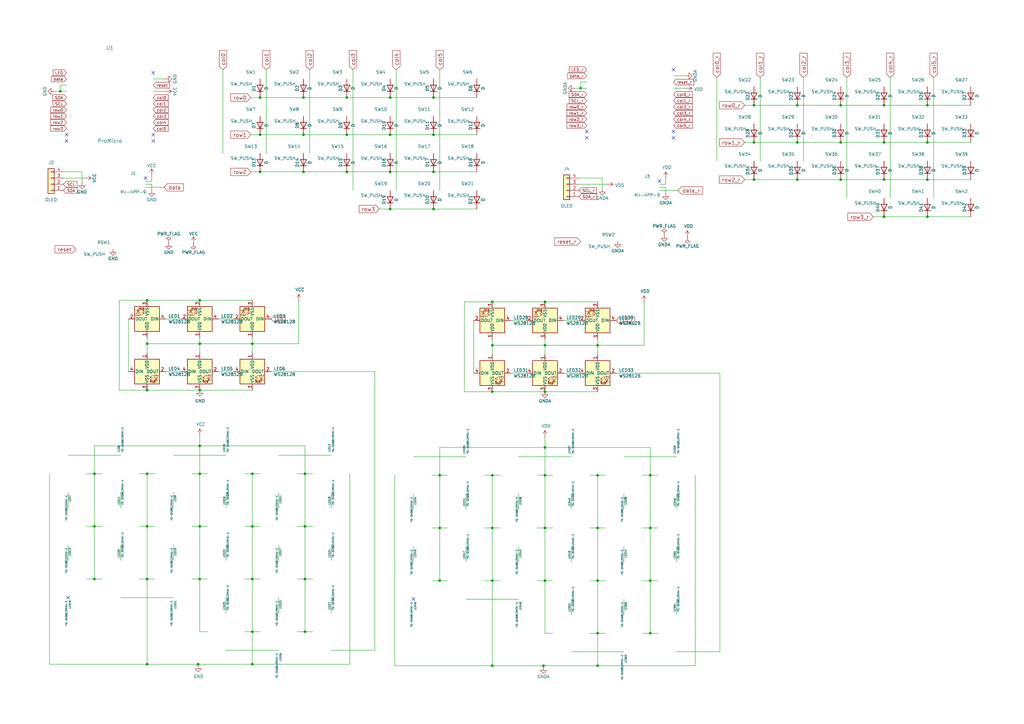
<source format=kicad_sch>
(kicad_sch (version 20231120) (generator "eeschema") (generator_version "8.0")
  (paper "A3")
  (title_block (title "Corne Cherry") (date "2020-09-28") (rev "3.0.1") (company "foostan"))
  (junction (at 160.02 55.245))
  (junction (at 103.505 194.31))
  (junction (at 309.245 43.18))
  (junction (at 266.7 194.945))
  (junction (at 24.765 37.465))
  (junction (at 103.505 237.49))
  (junction (at 160.02 40.005))
  (junction (at 124.46 55.245))
  (junction (at 201.93 160.655))
  (junction (at 223.52 194.945))
  (junction (at 177.8 55.245))
  (junction (at 238.125 36.195))
  (junction (at 142.24 40.005))
  (junction (at 125.095 259.08))
  (junction (at 201.93 141.605))
  (junction (at 81.915 182.88))
  (junction (at 177.8 40.005))
  (junction (at 362.585 58.42))
  (junction (at 60.325 194.31))
  (junction (at 142.24 55.245))
  (junction (at 344.805 73.66))
  (junction (at 245.11 194.945))
  (junction (at 201.93 194.945))
  (junction (at 60.325 123.19))
  (junction (at 380.365 58.42))
  (junction (at 380.365 88.9))
  (junction (at 81.915 123.19))
  (junction (at 106.68 40.005))
  (junction (at 344.805 58.42))
  (junction (at 81.915 140.97))
  (junction (at 201.93 123.825))
  (junction (at 266.7 259.715))
  (junction (at 106.68 55.245))
  (junction (at 223.52 183.515))
  (junction (at 223.52 238.125))
  (junction (at 245.11 238.125))
  (junction (at 60.325 272.415))
  (junction (at 245.11 141.605))
  (junction (at 266.7 216.535))
  (junction (at 124.46 40.005))
  (junction (at 103.505 272.415))
  (junction (at 103.505 140.97))
  (junction (at 160.02 70.485))
  (junction (at 223.52 160.655))
  (junction (at 142.24 70.485))
  (junction (at 38.735 194.31))
  (junction (at 60.325 140.97))
  (junction (at 160.02 85.725))
  (junction (at 103.505 259.08))
  (junction (at 177.8 85.725))
  (junction (at 124.46 70.485))
  (junction (at 81.915 160.02))
  (junction (at 201.93 216.535))
  (junction (at 103.505 215.9))
  (junction (at 81.915 215.9))
  (junction (at 81.28 272.415))
  (junction (at 125.095 215.9))
  (junction (at 223.52 216.535))
  (junction (at 245.11 259.715))
  (junction (at 201.93 273.05))
  (junction (at 38.735 237.49))
  (junction (at 309.245 73.66))
  (junction (at 106.68 70.485))
  (junction (at 309.245 58.42))
  (junction (at 380.365 73.66))
  (junction (at 180.34 216.535))
  (junction (at 380.365 43.18))
  (junction (at 327.025 43.18))
  (junction (at 223.52 123.825))
  (junction (at 60.325 160.02))
  (junction (at 177.8 70.485))
  (junction (at 180.34 238.125))
  (junction (at 125.095 237.49))
  (junction (at 125.095 194.31))
  (junction (at 180.34 194.945))
  (junction (at 81.915 237.49))
  (junction (at 38.735 215.9))
  (junction (at 327.025 73.66))
  (junction (at 362.585 43.18))
  (junction (at 362.585 88.9))
  (junction (at 266.7 238.125))
  (junction (at 344.805 43.18))
  (junction (at 60.325 215.9))
  (junction (at 327.025 58.42))
  (junction (at 362.585 73.66))
  (junction (at 81.915 194.31))
  (junction (at 60.325 237.49))
  (junction (at 201.93 238.125))
  (junction (at 245.11 216.535))
  (junction (at 245.11 273.05))
  (junction (at 222.885 273.05))
  (junction (at 223.52 141.605))
  (no_connect (at 240.665 56.515))
  (no_connect (at 276.225 53.975))
  (no_connect (at 62.865 57.785))
  (no_connect (at 59.69 73.025))
  (no_connect (at 27.94 245.11))
  (no_connect (at 240.665 53.975))
  (no_connect (at 62.865 55.245))
  (no_connect (at 169.545 245.745))
  (no_connect (at 276.225 56.515))
  (no_connect (at 27.305 57.785))
  (no_connect (at 276.225 28.575))
  (no_connect (at 27.305 55.245))
  (no_connect (at 62.865 29.845))
  (no_connect (at 270.51 74.295))
  (wire (pts (xy 114.3 266.7) (xy 92.71 266.7)))
  (wire (pts (xy 125.095 182.88) (xy 81.915 182.88)))
  (wire (pts (xy 35.56 237.49) (xy 38.735 237.49)))
  (wire (pts (xy 245.11 216.535) (xy 245.11 238.125)))
  (wire (pts (xy 144.78 28.575) (xy 144.78 78.105)))
  (wire (pts (xy 177.8 40.005) (xy 195.58 40.005)))
  (wire (pts (xy 67.945 152.4) (xy 74.295 152.4)))
  (wire (pts (xy 245.11 139.065) (xy 245.11 141.605)))
  (wire (pts (xy 266.7 238.125) (xy 266.7 216.535)))
  (wire (pts (xy 125.095 237.49) (xy 128.27 237.49)))
  (wire (pts (xy 344.805 73.66) (xy 362.585 73.66)))
  (wire (pts (xy 277.495 224.155) (xy 277.495 230.505)))
  (wire (pts (xy 234.315 252.095) (xy 234.315 245.745)))
  (wire (pts (xy 125.095 182.88) (xy 125.095 194.31)))
  (wire (pts (xy 103.505 194.31) (xy 103.505 215.9)))
  (wire (pts (xy 160.02 70.485) (xy 177.8 70.485)))
  (wire (pts (xy 180.34 216.535) (xy 180.34 194.945)))
  (wire (pts (xy 60.325 272.415) (xy 20.32 272.415)))
  (wire (pts (xy 81.28 272.415) (xy 81.28 273.05)))
  (wire (pts (xy 153.67 152.4) (xy 153.67 266.7)))
  (wire (pts (xy 266.7 259.715) (xy 266.7 238.125)))
  (wire (pts (xy 63.5 194.31) (xy 60.325 194.31)))
  (wire (pts (xy 201.93 141.605) (xy 201.93 145.415)))
  (wire (pts (xy 180.34 28.575) (xy 180.34 78.105)))
  (wire (pts (xy 128.27 194.31) (xy 125.095 194.31)))
  (wire (pts (xy 59.69 75.565) (xy 62.23 75.565)))
  (wire (pts (xy 266.7 194.945) (xy 266.7 216.535)))
  (wire (pts (xy 177.165 216.535) (xy 180.34 216.535)))
  (wire (pts (xy 49.53 186.69) (xy 27.94 186.69)))
  (wire (pts (xy 205.105 194.945) (xy 201.93 194.945)))
  (wire (pts (xy 177.8 85.725) (xy 195.58 85.725)))
  (wire (pts (xy 161.925 194.945) (xy 161.925 273.05)))
  (wire (pts (xy 78.74 215.9) (xy 81.915 215.9)))
  (wire (pts (xy 223.52 194.945) (xy 223.52 183.515)))
  (wire (pts (xy 33.655 70.485) (xy 26.035 70.485)))
  (wire (pts (xy 245.11 123.825) (xy 223.52 123.825)))
  (wire (pts (xy 57.15 215.9) (xy 60.325 215.9)))
  (wire (pts (xy 201.93 238.125) (xy 205.105 238.125)))
  (wire (pts (xy 60.325 272.415) (xy 81.28 272.415)))
  (wire (pts (xy 241.935 194.945) (xy 245.11 194.945)))
  (wire (pts (xy 194.31 131.445) (xy 194.31 153.035)))
  (wire (pts (xy 35.56 215.9) (xy 38.735 215.9)))
  (wire (pts (xy 198.755 216.535) (xy 201.93 216.535)))
  (wire (pts (xy 223.52 141.605) (xy 245.11 141.605)))
  (wire (pts (xy 309.245 73.66) (xy 327.025 73.66)))
  (wire (pts (xy 245.11 259.715) (xy 245.11 273.05)))
  (wire (pts (xy 62.865 32.385) (xy 67.945 32.385)))
  (wire (pts (xy 127 28.575) (xy 127 62.865)))
  (wire (pts (xy 327.025 43.18) (xy 344.805 43.18)))
  (wire (pts (xy 238.125 36.195) (xy 240.665 36.195)))
  (wire (pts (xy 223.52 216.535) (xy 223.52 194.945)))
  (wire (pts (xy 255.905 202.565) (xy 255.905 208.915)))
  (wire (pts (xy 81.915 123.19) (xy 60.325 123.19)))
  (wire (pts (xy 160.02 55.245) (xy 177.8 55.245)))
  (wire (pts (xy 81.915 160.02) (xy 103.505 160.02)))
  (wire (pts (xy 160.02 40.005) (xy 177.8 40.005)))
  (wire (pts (xy 266.7 238.125) (xy 269.875 238.125)))
  (wire (pts (xy 114.3 245.11) (xy 114.3 251.46)))
  (wire (pts (xy 190.5 160.655) (xy 201.93 160.655)))
  (wire (pts (xy 59.69 74.295) (xy 62.23 74.295)))
  (wire (pts (xy 380.365 88.9) (xy 398.145 88.9)))
  (wire (pts (xy 38.735 194.31) (xy 38.735 182.88)))
  (wire (pts (xy 358.14 88.9) (xy 362.585 88.9)))
  (wire (pts (xy 223.52 238.125) (xy 223.52 216.535)))
  (wire (pts (xy 169.545 224.155) (xy 169.545 230.505)))
  (wire (pts (xy 212.725 224.155) (xy 212.725 230.505)))
  (wire (pts (xy 106.68 40.005) (xy 124.46 40.005)))
  (wire (pts (xy 327.025 58.42) (xy 344.805 58.42)))
  (wire (pts (xy 62.23 75.565) (xy 62.23 78.105)))
  (wire (pts (xy 180.34 216.535) (xy 183.515 216.535)))
  (wire (pts (xy 60.325 194.31) (xy 60.325 215.9)))
  (wire (pts (xy 102.87 55.245) (xy 106.68 55.245)))
  (wire (pts (xy 100.33 194.31) (xy 103.505 194.31)))
  (wire (pts (xy 95.885 130.81) (xy 89.535 130.81)))
  (wire (pts (xy 269.875 259.715) (xy 266.7 259.715)))
  (wire (pts (xy 48.895 160.02) (xy 60.325 160.02)))
  (wire (pts (xy 103.505 123.19) (xy 81.915 123.19)))
  (wire (pts (xy 26.035 73.025) (xy 34.925 73.025)))
  (wire (pts (xy 201.93 216.535) (xy 205.105 216.535)))
  (wire (pts (xy 201.93 273.05) (xy 222.885 273.05)))
  (wire (pts (xy 81.915 237.49) (xy 81.915 215.9)))
  (wire (pts (xy 382.905 31.75) (xy 382.905 81.28)))
  (wire (pts (xy 142.24 55.245) (xy 160.02 55.245)))
  (wire (pts (xy 212.725 208.915) (xy 212.725 202.565)))
  (wire (pts (xy 60.325 140.97) (xy 60.325 144.78)))
  (wire (pts (xy 124.46 70.485) (xy 142.24 70.485)))
  (wire (pts (xy 81.915 178.435) (xy 81.915 182.88)))
  (wire (pts (xy 81.915 259.08) (xy 85.09 259.08)))
  (wire (pts (xy 223.52 183.515) (xy 180.34 183.515)))
  (wire (pts (xy 347.345 31.75) (xy 347.345 81.28)))
  (wire (pts (xy 60.325 237.49) (xy 63.5 237.49)))
  (wire (pts (xy 215.9 131.445) (xy 209.55 131.445)))
  (wire (pts (xy 240.665 33.655) (xy 238.125 33.655)))
  (wire (pts (xy 285.115 273.05) (xy 245.11 273.05)))
  (wire (pts (xy 52.705 130.81) (xy 52.705 152.4)))
  (wire (pts (xy 177.8 70.485) (xy 195.58 70.485)))
  (wire (pts (xy 180.34 194.945) (xy 180.34 183.515)))
  (wire (pts (xy 362.585 73.66) (xy 380.365 73.66)))
  (wire (pts (xy 380.365 73.66) (xy 398.145 73.66)))
  (wire (pts (xy 100.33 215.9) (xy 103.505 215.9)))
  (wire (pts (xy 212.725 245.745) (xy 191.135 245.745)))
  (wire (pts (xy 160.02 85.725) (xy 177.8 85.725)))
  (wire (pts (xy 223.52 141.605) (xy 223.52 145.415)))
  (wire (pts (xy 103.505 215.9) (xy 103.505 237.49)))
  (wire (pts (xy 191.135 187.325) (xy 169.545 187.325)))
  (wire (pts (xy 100.33 237.49) (xy 103.505 237.49)))
  (wire (pts (xy 190.5 123.825) (xy 190.5 160.655)))
  (wire (pts (xy 103.505 237.49) (xy 103.505 259.08)))
  (wire (pts (xy 177.165 238.125) (xy 180.34 238.125)))
  (wire (pts (xy 201.93 238.125) (xy 201.93 273.05)))
  (wire (pts (xy 91.44 28.575) (xy 91.44 62.865)))
  (wire (pts (xy 81.915 182.88) (xy 38.735 182.88)))
  (wire (pts (xy 48.895 123.19) (xy 48.895 160.02)))
  (wire (pts (xy 60.325 138.43) (xy 60.325 140.97)))
  (wire (pts (xy 125.095 194.31) (xy 125.095 215.9)))
  (wire (pts (xy 59.69 76.835) (xy 67.31 76.835)))
  (wire (pts (xy 223.52 139.065) (xy 223.52 141.605)))
  (wire (pts (xy 38.735 237.49) (xy 38.735 215.9)))
  (wire (pts (xy 191.135 208.915) (xy 191.135 202.565)))
  (wire (pts (xy 201.93 160.655) (xy 223.52 160.655)))
  (wire (pts (xy 201.93 139.065) (xy 201.93 141.605)))
  (wire (pts (xy 223.52 179.07) (xy 223.52 183.515)))
  (wire (pts (xy 245.11 238.125) (xy 245.11 259.715)))
  (wire (pts (xy 81.915 140.97) (xy 81.915 144.78)))
  (wire (pts (xy 78.74 237.49) (xy 81.915 237.49)))
  (wire (pts (xy 27.305 34.925) (xy 24.765 34.925)))
  (wire (pts (xy 124.46 55.245) (xy 142.24 55.245)))
  (wire (pts (xy 125.095 259.08) (xy 121.92 259.08)))
  (wire (pts (xy 273.05 75.565) (xy 273.05 73.025)))
  (wire (pts (xy 121.92 237.49) (xy 125.095 237.49)))
  (wire (pts (xy 183.515 238.125) (xy 180.34 238.125)))
  (wire (pts (xy 270.51 76.835) (xy 273.05 76.835)))
  (wire (pts (xy 41.91 237.49) (xy 38.735 237.49)))
  (wire (pts (xy 103.505 237.49) (xy 106.68 237.49)))
  (wire (pts (xy 49.53 208.28) (xy 49.53 201.93)))
  (wire (pts (xy 285.115 194.945) (xy 285.115 273.05)))
  (wire (pts (xy 180.34 194.945) (xy 183.515 194.945)))
  (wire (pts (xy 269.875 194.945) (xy 266.7 194.945)))
  (wire (pts (xy 255.905 224.155) (xy 255.905 230.505)))
  (wire (pts (xy 295.275 153.035) (xy 295.275 267.335)))
  (wire (pts (xy 231.14 153.035) (xy 237.49 153.035)))
  (wire (pts (xy 81.915 237.49) (xy 85.09 237.49)))
  (wire (pts (xy 329.565 31.75) (xy 329.565 66.04)))
  (wire (pts (xy 327.025 73.66) (xy 344.805 73.66)))
  (wire (pts (xy 60.325 215.9) (xy 63.5 215.9)))
  (wire (pts (xy 344.805 43.18) (xy 362.585 43.18)))
  (wire (pts (xy 248.285 259.715) (xy 245.11 259.715)))
  (wire (pts (xy 362.585 88.9) (xy 380.365 88.9)))
  (wire (pts (xy 177.8 55.245) (xy 195.58 55.245)))
  (wire (pts (xy 125.095 215.9) (xy 128.27 215.9)))
  (wire (pts (xy 362.585 58.42) (xy 380.365 58.42)))
  (wire (pts (xy 60.325 237.49) (xy 60.325 272.415)))
  (wire (pts (xy 125.095 259.08) (xy 125.095 237.49)))
  (wire (pts (xy 122.555 140.97) (xy 122.555 123.19)))
  (wire (pts (xy 169.545 202.565) (xy 169.545 208.915)))
  (wire (pts (xy 177.165 194.945) (xy 180.34 194.945)))
  (wire (pts (xy 365.125 31.75) (xy 365.125 81.28)))
  (wire (pts (xy 24.765 34.925) (xy 24.765 37.465)))
  (wire (pts (xy 234.315 230.505) (xy 234.315 224.155)))
  (wire (pts (xy 153.67 266.7) (xy 135.89 266.7)))
  (wire (pts (xy 209.55 153.035) (xy 215.9 153.035)))
  (wire (pts (xy 71.12 223.52) (xy 71.12 229.87)))
  (wire (pts (xy 81.915 215.9) (xy 81.915 194.31)))
  (wire (pts (xy 266.7 216.535) (xy 269.875 216.535)))
  (wire (pts (xy 223.52 160.655) (xy 245.11 160.655)))
  (wire (pts (xy 155.575 85.725) (xy 160.02 85.725)))
  (wire (pts (xy 102.87 70.485) (xy 106.68 70.485)))
  (wire (pts (xy 234.315 208.915) (xy 234.315 202.565)))
  (wire (pts (xy 245.11 259.715) (xy 241.935 259.715)))
  (wire (pts (xy 74.295 130.81) (xy 67.945 130.81)))
  (wire (pts (xy 238.125 33.655) (xy 238.125 36.195)))
  (wire (pts (xy 273.05 76.835) (xy 273.05 79.375)))
  (wire (pts (xy 81.915 194.31) (xy 85.09 194.31)))
  (wire (pts (xy 128.27 259.08) (xy 125.095 259.08)))
  (wire (pts (xy 92.71 251.46) (xy 92.71 245.11)))
  (wire (pts (xy 223.52 259.715) (xy 226.695 259.715)))
  (wire (pts (xy 81.28 272.415) (xy 103.505 272.415)))
  (wire (pts (xy 311.785 31.75) (xy 311.785 66.04)))
  (wire (pts (xy 106.68 194.31) (xy 103.505 194.31)))
  (wire (pts (xy 237.49 73.025) (xy 247.015 73.025)))
  (wire (pts (xy 24.765 37.465) (xy 27.305 37.465)))
  (wire (pts (xy 247.015 73.025) (xy 247.015 77.47)))
  (wire (pts (xy 114.3 201.93) (xy 114.3 208.28)))
  (wire (pts (xy 222.885 273.05) (xy 222.885 273.685)))
  (wire (pts (xy 57.15 237.49) (xy 60.325 237.49)))
  (wire (pts (xy 81.915 237.49) (xy 81.915 259.08)))
  (wire (pts (xy 248.285 194.945) (xy 245.11 194.945)))
  (wire (pts (xy 135.89 223.52) (xy 135.89 229.87)))
  (wire (pts (xy 142.24 40.005) (xy 160.02 40.005)))
  (wire (pts (xy 344.805 58.42) (xy 362.585 58.42)))
  (wire (pts (xy 305.435 73.66) (xy 309.245 73.66)))
  (wire (pts (xy 294.005 31.75) (xy 294.005 66.04)))
  (wire (pts (xy 220.345 194.945) (xy 223.52 194.945)))
  (wire (pts (xy 143.51 272.415) (xy 103.505 272.415)))
  (wire (pts (xy 162.56 28.575) (xy 162.56 78.105)))
  (wire (pts (xy 255.905 267.335) (xy 234.315 267.335)))
  (wire (pts (xy 237.49 75.565) (xy 248.92 75.565)))
  (wire (pts (xy 57.15 194.31) (xy 60.325 194.31)))
  (wire (pts (xy 245.11 216.535) (xy 248.285 216.535)))
  (wire (pts (xy 191.135 230.505) (xy 191.135 224.155)))
  (wire (pts (xy 27.94 223.52) (xy 27.94 229.87)))
  (wire (pts (xy 103.505 140.97) (xy 103.505 144.78)))
  (wire (pts (xy 106.68 55.245) (xy 124.46 55.245)))
  (wire (pts (xy 241.935 216.535) (xy 245.11 216.535)))
  (wire (pts (xy 121.92 215.9) (xy 125.095 215.9)))
  (wire (pts (xy 201.93 123.825) (xy 190.5 123.825)))
  (wire (pts (xy 71.12 208.28) (xy 71.12 201.93)))
  (wire (pts (xy 78.74 194.31) (xy 81.915 194.31)))
  (wire (pts (xy 89.535 152.4) (xy 95.885 152.4)))
  (wire (pts (xy 135.89 201.93) (xy 135.89 208.28)))
  (wire (pts (xy 38.735 194.31) (xy 41.91 194.31)))
  (wire (pts (xy 33.655 74.93) (xy 33.655 70.485)))
  (wire (pts (xy 266.7 194.945) (xy 263.525 194.945)))
  (wire (pts (xy 60.325 123.19) (xy 48.895 123.19)))
  (wire (pts (xy 362.585 43.18) (xy 380.365 43.18)))
  (wire (pts (xy 114.3 223.52) (xy 114.3 229.87)))
  (wire (pts (xy 245.11 238.125) (xy 248.285 238.125)))
  (wire (pts (xy 20.32 194.31) (xy 20.32 272.415)))
  (wire (pts (xy 223.52 238.125) (xy 226.695 238.125)))
  (wire (pts (xy 380.365 58.42) (xy 398.145 58.42)))
  (wire (pts (xy 92.71 186.69) (xy 71.12 186.69)))
  (wire (pts (xy 81.915 194.31) (xy 81.915 182.88)))
  (wire (pts (xy 62.865 37.465) (xy 67.945 37.465)))
  (wire (pts (xy 38.735 215.9) (xy 38.735 194.31)))
  (wire (pts (xy 245.11 194.945) (xy 245.11 216.535)))
  (wire (pts (xy 266.7 259.715) (xy 263.525 259.715)))
  (wire (pts (xy 102.87 40.005) (xy 106.68 40.005)))
  (wire (pts (xy 60.325 160.02) (xy 81.915 160.02)))
  (wire (pts (xy 201.93 273.05) (xy 161.925 273.05)))
  (wire (pts (xy 103.505 259.08) (xy 103.505 272.415)))
  (wire (pts (xy 201.93 141.605) (xy 223.52 141.605)))
  (wire (pts (xy 380.365 43.18) (xy 398.145 43.18)))
  (wire (pts (xy 255.905 245.745) (xy 255.905 252.095)))
  (wire (pts (xy 103.505 138.43) (xy 103.505 140.97)))
  (wire (pts (xy 103.505 215.9) (xy 106.68 215.9)))
  (wire (pts (xy 234.315 187.325) (xy 212.725 187.325)))
  (wire (pts (xy 49.53 229.87) (xy 49.53 223.52)))
  (wire (pts (xy 135.89 186.69) (xy 114.3 186.69)))
  (wire (pts (xy 252.73 153.035) (xy 295.275 153.035)))
  (wire (pts (xy 71.12 245.11) (xy 49.53 245.11)))
  (wire (pts (xy 220.345 238.125) (xy 223.52 238.125)))
  (wire (pts (xy 222.885 273.05) (xy 245.11 273.05)))
  (wire (pts (xy 235.585 36.195) (xy 238.125 36.195)))
  (wire (pts (xy 309.245 43.18) (xy 327.025 43.18)))
  (wire (pts (xy 305.435 58.42) (xy 309.245 58.42)))
  (wire (pts (xy 201.93 216.535) (xy 201.93 238.125)))
  (wire (pts (xy 223.52 194.945) (xy 226.695 194.945)))
  (wire (pts (xy 266.7 183.515) (xy 223.52 183.515)))
  (wire (pts (xy 220.345 216.535) (xy 223.52 216.535)))
  (wire (pts (xy 276.225 31.115) (xy 281.305 31.115)))
  (wire (pts (xy 142.24 70.485) (xy 160.02 70.485)))
  (wire (pts (xy 223.52 216.535) (xy 226.695 216.535)))
  (wire (pts (xy 143.51 194.31) (xy 143.51 272.415)))
  (wire (pts (xy 106.68 259.08) (xy 103.505 259.08)))
  (wire (pts (xy 60.325 215.9) (xy 60.325 237.49)))
  (wire (pts (xy 27.94 201.93) (xy 27.94 208.28)))
  (wire (pts (xy 125.095 194.31) (xy 121.92 194.31)))
  (wire (pts (xy 180.34 238.125) (xy 180.34 216.535)))
  (wire (pts (xy 81.915 138.43) (xy 81.915 140.97)))
  (wire (pts (xy 92.71 208.28) (xy 92.71 201.93)))
  (wire (pts (xy 92.71 229.87) (xy 92.71 223.52)))
  (wire (pts (xy 198.755 238.125) (xy 201.93 238.125)))
  (wire (pts (xy 38.735 215.9) (xy 41.91 215.9)))
  (wire (pts (xy 103.505 259.08) (xy 100.33 259.08)))
  (wire (pts (xy 60.325 140.97) (xy 81.915 140.97)))
  (wire (pts (xy 305.435 43.18) (xy 309.245 43.18)))
  (wire (pts (xy 109.22 28.575) (xy 109.22 62.865)))
  (wire (pts (xy 277.495 187.325) (xy 255.905 187.325)))
  (wire (pts (xy 295.275 267.335) (xy 277.495 267.335)))
  (wire (pts (xy 35.56 194.31) (xy 38.735 194.31)))
  (wire (pts (xy 125.095 237.49) (xy 125.095 215.9)))
  (wire (pts (xy 81.915 140.97) (xy 103.505 140.97)))
  (wire (pts (xy 22.225 37.465) (xy 24.765 37.465)))
  (wire (pts (xy 62.23 74.295) (xy 62.23 71.755)))
  (wire (pts (xy 81.915 215.9) (xy 85.09 215.9)))
  (wire (pts (xy 223.52 123.825) (xy 201.93 123.825)))
  (wire (pts (xy 198.755 194.945) (xy 201.93 194.945)))
  (wire (pts (xy 266.7 183.515) (xy 266.7 194.945)))
  (wire (pts (xy 245.11 141.605) (xy 245.11 145.415)))
  (wire (pts (xy 277.495 202.565) (xy 277.495 208.915)))
  (wire (pts (xy 263.525 238.125) (xy 266.7 238.125)))
  (wire (pts (xy 264.16 141.605) (xy 264.16 123.825)))
  (wire (pts (xy 124.46 40.005) (xy 142.24 40.005)))
  (wire (pts (xy 263.525 216.535) (xy 266.7 216.535)))
  (wire (pts (xy 111.125 152.4) (xy 153.67 152.4)))
  (wire (pts (xy 270.51 78.105) (xy 278.13 78.105)))
  (wire (pts (xy 201.93 194.945) (xy 201.93 216.535)))
  (wire (pts (xy 223.52 238.125) (xy 223.52 259.715)))
  (wire (pts (xy 237.49 131.445) (xy 231.14 131.445)))
  (wire (pts (xy 276.225 36.195) (xy 281.305 36.195)))
  (wire (pts (xy 241.935 238.125) (xy 245.11 238.125)))
  (wire (pts (xy 106.68 70.485) (xy 124.46 70.485)))
  (wire (pts (xy 309.245 58.42) (xy 327.025 58.42)))
  (wire (pts (xy 270.51 75.565) (xy 273.05 75.565)))
  (wire (pts (xy 277.495 245.745) (xy 277.495 252.095)))
  (wire (pts (xy 103.505 140.97) (xy 122.555 140.97)))
  (wire (pts (xy 245.11 141.605) (xy 264.16 141.605)))
  (wire (pts (xy 135.89 245.11) (xy 135.89 251.46)))
  (global_label "reset_r" (shape input) (at 238.125 99.06 180) (effects (font (size 1.524 1.524))) (property "Intersheetrefs" "${INTERSHEET_REFS}" (effects (hide yes))))
  (global_label "row0" (shape input) (at 102.87 40.005 180) (effects (font (size 1.524 1.524))) (property "Intersheetrefs" "${INTERSHEET_REFS}" (effects (hide yes))))
  (global_label "col3_r" (shape input) (at 276.225 46.355 0) (effects (font (size 1.1938 1.1938))) (property "Intersheetrefs" "${INTERSHEET_REFS}" (effects (hide yes))))
  (global_label "row0" (shape input) (at 27.305 45.085 180) (effects (font (size 1.1938 1.1938))) (property "Intersheetrefs" "${INTERSHEET_REFS}" (effects (hide yes))))
  (global_label "row2" (shape input) (at 102.87 70.485 180) (effects (font (size 1.524 1.524))) (property "Intersheetrefs" "${INTERSHEET_REFS}" (effects (hide yes))))
  (global_label "col1" (shape input) (at 109.22 28.575 90) (effects (font (size 1.524 1.524))) (property "Intersheetrefs" "${INTERSHEET_REFS}" (effects (hide yes))))
  (global_label "SCL_r" (shape input) (at 237.49 78.105 0) (effects (font (size 1.1938 1.1938))) (property "Intersheetrefs" "${INTERSHEET_REFS}" (effects (hide yes))))
  (global_label "reset" (shape input) (at 31.115 102.235 180) (effects (font (size 1.524 1.524))) (property "Intersheetrefs" "${INTERSHEET_REFS}" (effects (hide yes))))
  (global_label "row1_r" (shape input) (at 240.665 46.355 180) (effects (font (size 1.1938 1.1938))) (property "Intersheetrefs" "${INTERSHEET_REFS}" (effects (hide yes))))
  (global_label "SDA" (shape input) (at 26.035 78.105 0) (effects (font (size 1.1938 1.1938))) (property "Intersheetrefs" "${INTERSHEET_REFS}" (effects (hide yes))))
  (global_label "reset_r" (shape input) (at 276.225 33.655 0) (effects (font (size 1.1938 1.1938))) (property "Intersheetrefs" "${INTERSHEET_REFS}" (effects (hide yes))))
  (global_label "col1_r" (shape input) (at 276.225 41.275 0) (effects (font (size 1.1938 1.1938))) (property "Intersheetrefs" "${INTERSHEET_REFS}" (effects (hide yes))))
  (global_label "row3_r" (shape input) (at 358.14 88.9 180) (effects (font (size 1.524 1.524))) (property "Intersheetrefs" "${INTERSHEET_REFS}" (effects (hide yes))))
  (global_label "col2" (shape input) (at 62.865 45.085 0) (effects (font (size 1.1938 1.1938))) (property "Intersheetrefs" "${INTERSHEET_REFS}" (effects (hide yes))))
  (global_label "row3" (shape input) (at 155.575 85.725 180) (effects (font (size 1.524 1.524))) (property "Intersheetrefs" "${INTERSHEET_REFS}" (effects (hide yes))))
  (global_label "SCL" (shape input) (at 27.305 42.545 180) (effects (font (size 1.1938 1.1938))) (property "Intersheetrefs" "${INTERSHEET_REFS}" (effects (hide yes))))
  (global_label "col2_r" (shape input) (at 276.225 43.815 0) (effects (font (size 1.1938 1.1938))) (property "Intersheetrefs" "${INTERSHEET_REFS}" (effects (hide yes))))
  (global_label "row1" (shape input) (at 102.87 55.245 180) (effects (font (size 1.524 1.524))) (property "Intersheetrefs" "${INTERSHEET_REFS}" (effects (hide yes))))
  (global_label "row3_r" (shape input) (at 240.665 51.435 180) (effects (font (size 1.1938 1.1938))) (property "Intersheetrefs" "${INTERSHEET_REFS}" (effects (hide yes))))
  (global_label "row2_r" (shape input) (at 240.665 48.895 180) (effects (font (size 1.1938 1.1938))) (property "Intersheetrefs" "${INTERSHEET_REFS}" (effects (hide yes))))
  (global_label "SCL_r" (shape input) (at 240.665 41.275 180) (effects (font (size 1.1938 1.1938))) (property "Intersheetrefs" "${INTERSHEET_REFS}" (effects (hide yes))))
  (global_label "row2_r" (shape input) (at 305.435 73.66 180) (effects (font (size 1.524 1.524))) (property "Intersheetrefs" "${INTERSHEET_REFS}" (effects (hide yes))))
  (global_label "LED_r" (shape input) (at 240.665 28.575 180) (effects (font (size 1.1938 1.1938))) (property "Intersheetrefs" "${INTERSHEET_REFS}" (effects (hide yes))))
  (global_label "row0_r" (shape input) (at 305.435 43.18 180) (effects (font (size 1.524 1.524))) (property "Intersheetrefs" "${INTERSHEET_REFS}" (effects (hide yes))))
  (global_label "SDA_r" (shape input) (at 240.665 38.735 180) (effects (font (size 1.1938 1.1938))) (property "Intersheetrefs" "${INTERSHEET_REFS}" (effects (hide yes))))
  (global_label "col3_r" (shape input) (at 347.345 31.75 90) (effects (font (size 1.524 1.524))) (property "Intersheetrefs" "${INTERSHEET_REFS}" (effects (hide yes))))
  (global_label "col2" (shape input) (at 127 28.575 90) (effects (font (size 1.524 1.524))) (property "Intersheetrefs" "${INTERSHEET_REFS}" (effects (hide yes))))
  (global_label "data" (shape input) (at 67.31 76.835 0) (effects (font (size 1.524 1.524))) (property "Intersheetrefs" "${INTERSHEET_REFS}" (effects (hide yes))))
  (global_label "col2_r" (shape input) (at 329.565 31.75 90) (effects (font (size 1.524 1.524))) (property "Intersheetrefs" "${INTERSHEET_REFS}" (effects (hide yes))))
  (global_label "col4" (shape input) (at 162.56 28.575 90) (effects (font (size 1.524 1.524))) (property "Intersheetrefs" "${INTERSHEET_REFS}" (effects (hide yes))))
  (global_label "data_r" (shape input) (at 240.665 31.115 180) (effects (font (size 1.1938 1.1938))) (property "Intersheetrefs" "${INTERSHEET_REFS}" (effects (hide yes))))
  (global_label "col0" (shape input) (at 62.865 40.005 0) (effects (font (size 1.1938 1.1938))) (property "Intersheetrefs" "${INTERSHEET_REFS}" (effects (hide yes))))
  (global_label "SDA" (shape input) (at 27.305 40.005 180) (effects (font (size 1.1938 1.1938))) (property "Intersheetrefs" "${INTERSHEET_REFS}" (effects (hide yes))))
  (global_label "col3" (shape input) (at 144.78 28.575 90) (effects (font (size 1.524 1.524))) (property "Intersheetrefs" "${INTERSHEET_REFS}" (effects (hide yes))))
  (global_label "row3" (shape input) (at 27.305 52.705 180) (effects (font (size 1.1938 1.1938))) (property "Intersheetrefs" "${INTERSHEET_REFS}" (effects (hide yes))))
  (global_label "col0_r" (shape input) (at 276.225 38.735 0) (effects (font (size 1.1938 1.1938))) (property "Intersheetrefs" "${INTERSHEET_REFS}" (effects (hide yes))))
  (global_label "col1_r" (shape input) (at 311.785 31.75 90) (effects (font (size 1.524 1.524))) (property "Intersheetrefs" "${INTERSHEET_REFS}" (effects (hide yes))))
  (global_label "col0" (shape input) (at 91.44 28.575 90) (effects (font (size 1.524 1.524))) (property "Intersheetrefs" "${INTERSHEET_REFS}" (effects (hide yes))))
  (global_label "LED" (shape input) (at 111.125 130.81 0) (property "Intersheetrefs" "${INTERSHEET_REFS}" (effects (hide yes))))
  (global_label "col4" (shape input) (at 62.865 50.165 0) (effects (font (size 1.1938 1.1938))) (property "Intersheetrefs" "${INTERSHEET_REFS}" (effects (hide yes))))
  (global_label "row1" (shape input) (at 27.305 47.625 180) (effects (font (size 1.1938 1.1938))) (property "Intersheetrefs" "${INTERSHEET_REFS}" (effects (hide yes))))
  (global_label "SDA_r" (shape input) (at 237.49 80.645 0) (effects (font (size 1.1938 1.1938))) (property "Intersheetrefs" "${INTERSHEET_REFS}" (effects (hide yes))))
  (global_label "col4_r" (shape input) (at 276.225 48.895 0) (effects (font (size 1.1938 1.1938))) (property "Intersheetrefs" "${INTERSHEET_REFS}" (effects (hide yes))))
  (global_label "data" (shape input) (at 27.305 32.385 180) (effects (font (size 1.1938 1.1938))) (property "Intersheetrefs" "${INTERSHEET_REFS}" (effects (hide yes))))
  (global_label "col1" (shape input) (at 62.865 42.545 0) (effects (font (size 1.1938 1.1938))) (property "Intersheetrefs" "${INTERSHEET_REFS}" (effects (hide yes))))
  (global_label "LED" (shape input) (at 27.305 29.845 180) (effects (font (size 1.1938 1.1938))) (property "Intersheetrefs" "${INTERSHEET_REFS}" (effects (hide yes))))
  (global_label "col5" (shape input) (at 180.34 28.575 90) (effects (font (size 1.524 1.524))) (property "Intersheetrefs" "${INTERSHEET_REFS}" (effects (hide yes))))
  (global_label "col5_r" (shape input) (at 276.225 51.435 0) (effects (font (size 1.1938 1.1938))) (property "Intersheetrefs" "${INTERSHEET_REFS}" (effects (hide yes))))
  (global_label "row2" (shape input) (at 27.305 50.165 180) (effects (font (size 1.1938 1.1938))) (property "Intersheetrefs" "${INTERSHEET_REFS}" (effects (hide yes))))
  (global_label "row0_r" (shape input) (at 240.665 43.815 180) (effects (font (size 1.1938 1.1938))) (property "Intersheetrefs" "${INTERSHEET_REFS}" (effects (hide yes))))
  (global_label "data_r" (shape input) (at 278.13 78.105 0) (effects (font (size 1.524 1.524))) (property "Intersheetrefs" "${INTERSHEET_REFS}" (effects (hide yes))))
  (global_label "col5" (shape input) (at 62.865 52.705 0) (effects (font (size 1.1938 1.1938))) (property "Intersheetrefs" "${INTERSHEET_REFS}" (effects (hide yes))))
  (global_label "LED_r" (shape input) (at 252.73 131.445 0) (property "Intersheetrefs" "${INTERSHEET_REFS}" (effects (hide yes))))
  (global_label "col4_r" (shape input) (at 365.125 31.75 90) (effects (font (size 1.524 1.524))) (property "Intersheetrefs" "${INTERSHEET_REFS}" (effects (hide yes))))
  (global_label "reset" (shape input) (at 62.865 34.925 0) (effects (font (size 1.1938 1.1938))) (property "Intersheetrefs" "${INTERSHEET_REFS}" (effects (hide yes))))
  (global_label "col0_r" (shape input) (at 294.005 31.75 90) (effects (font (size 1.524 1.524))) (property "Intersheetrefs" "${INTERSHEET_REFS}" (effects (hide yes))))
  (global_label "SCL" (shape input) (at 26.035 75.565 0) (effects (font (size 1.1938 1.1938))) (property "Intersheetrefs" "${INTERSHEET_REFS}" (effects (hide yes))))
  (global_label "row1_r" (shape input) (at 305.435 58.42 180) (effects (font (size 1.524 1.524))) (property "Intersheetrefs" "${INTERSHEET_REFS}" (effects (hide yes))))
  (global_label "col3" (shape input) (at 62.865 47.625 0) (effects (font (size 1.1938 1.1938))) (property "Intersheetrefs" "${INTERSHEET_REFS}" (effects (hide yes))))
  (global_label "col5_r" (shape input) (at 382.905 31.75 90) (effects (font (size 1.524 1.524))) (property "Intersheetrefs" "${INTERSHEET_REFS}" (effects (hide yes))))
  (symbol (lib_id "kbd:ProMicro") (at 45.085 43.815 0) (unit 1)
    (property "Reference" "U1" (at 45.085 19.685 0) (effects (font (size 1.524 1.524))))
    (property "Value" "ProMicro" (at 45.085 57.785 0) (effects (font (size 1.524 1.524))))
    (property "Footprint" "kbd:ProMicro_v3" (effects (hide yes)))
  )
  (symbol (lib_id "kbd:SW_PUSH") (at 116.84 32.385 0) (unit 1)
    (property "Reference" "SW2" (at 120.65 29.591 0))
    (property "Value" "SW_PUSH" (at 116.84 34.417 0))
    (property "Footprint" "kbd:CherryMX_Hotswap" (effects (hide yes)))
  )
  (symbol (lib_id "Device:D") (at 124.46 36.195 90) (unit 1)
    (property "Reference" "D2" (at 121.92 36.195 0))
    (property "Value" "D" (at 127 36.195 0))
    (property "Footprint" "kbd:D3_SMD_v2" (effects (hide yes)))
  )
  (symbol (lib_id "kbd:SW_PUSH") (at 134.62 32.385 0) (unit 1)
    (property "Reference" "SW3" (at 138.43 29.591 0))
    (property "Value" "SW_PUSH" (at 134.62 34.417 0))
    (property "Footprint" "kbd:CherryMX_Hotswap" (effects (hide yes)))
  )
  (symbol (lib_id "Device:D") (at 142.24 36.195 90) (unit 1)
    (property "Reference" "D3" (at 139.7 36.195 0))
    (property "Value" "D" (at 144.78 36.195 0))
    (property "Footprint" "kbd:D3_SMD_v2" (effects (hide yes)))
  )
  (symbol (lib_id "kbd:SW_PUSH") (at 152.4 32.385 0) (unit 1)
    (property "Reference" "SW4" (at 156.21 29.591 0))
    (property "Value" "SW_PUSH" (at 152.4 34.417 0))
    (property "Footprint" "kbd:CherryMX_Hotswap" (effects (hide yes)))
  )
  (symbol (lib_id "kbd:SW_PUSH") (at 170.18 32.385 0) (unit 1)
    (property "Reference" "SW5" (at 173.99 29.591 0))
    (property "Value" "SW_PUSH" (at 170.18 34.417 0))
    (property "Footprint" "kbd:CherryMX_Hotswap" (effects (hide yes)))
  )
  (symbol (lib_id "kbd:SW_PUSH") (at 187.96 32.385 0) (unit 1)
    (property "Reference" "SW6" (at 191.77 29.591 0))
    (property "Value" "SW_PUSH" (at 187.96 34.417 0))
    (property "Footprint" "kbd:CherryMX_Hotswap" (effects (hide yes)))
  )
  (symbol (lib_id "Device:D") (at 160.02 36.195 90) (unit 1)
    (property "Reference" "D4" (at 157.48 36.195 0))
    (property "Value" "D" (at 162.56 36.195 0))
    (property "Footprint" "kbd:D3_SMD_v2" (effects (hide yes)))
  )
  (symbol (lib_id "Device:D") (at 177.8 36.195 90) (unit 1)
    (property "Reference" "D5" (at 175.26 36.195 0))
    (property "Value" "D" (at 180.34 36.195 0))
    (property "Footprint" "kbd:D3_SMD_v2" (effects (hide yes)))
  )
  (symbol (lib_id "Device:D") (at 195.58 36.195 90) (unit 1)
    (property "Reference" "D6" (at 193.04 36.195 0))
    (property "Value" "D" (at 198.12 36.195 0))
    (property "Footprint" "kbd:D3_SMD_v2" (effects (hide yes)))
  )
  (symbol (lib_id "kbd:SW_PUSH") (at 99.06 32.385 0) (unit 1)
    (property "Reference" "SW1" (at 102.87 29.591 0))
    (property "Value" "SW_PUSH" (at 99.06 34.417 0))
    (property "Footprint" "kbd:CherryMX_Hotswap" (effects (hide yes)))
  )
  (symbol (lib_id "Device:D") (at 106.68 36.195 90) (unit 1)
    (property "Reference" "D1" (at 104.14 36.195 0))
    (property "Value" "D" (at 109.22 36.195 0))
    (property "Footprint" "kbd:D3_SMD_v2" (effects (hide yes)))
  )
  (symbol (lib_id "kbd:SW_PUSH") (at 116.84 47.625 0) (unit 1)
    (property "Reference" "SW8" (at 120.65 44.831 0))
    (property "Value" "SW_PUSH" (at 116.84 49.657 0))
    (property "Footprint" "kbd:CherryMX_Hotswap" (effects (hide yes)))
  )
  (symbol (lib_id "Device:D") (at 124.46 51.435 90) (unit 1)
    (property "Reference" "D8" (at 121.92 51.435 0))
    (property "Value" "D" (at 127 51.435 0))
    (property "Footprint" "kbd:D3_SMD_v2" (effects (hide yes)))
  )
  (symbol (lib_id "kbd:SW_PUSH") (at 134.62 47.625 0) (unit 1)
    (property "Reference" "SW9" (at 138.43 44.831 0))
    (property "Value" "SW_PUSH" (at 134.62 49.657 0))
    (property "Footprint" "kbd:CherryMX_Hotswap" (effects (hide yes)))
  )
  (symbol (lib_id "Device:D") (at 142.24 51.435 90) (unit 1)
    (property "Reference" "D9" (at 139.7 51.435 0))
    (property "Value" "D" (at 144.78 51.435 0))
    (property "Footprint" "kbd:D3_SMD_v2" (effects (hide yes)))
  )
  (symbol (lib_id "kbd:SW_PUSH") (at 152.4 47.625 0) (unit 1)
    (property "Reference" "SW10" (at 156.21 44.831 0))
    (property "Value" "SW_PUSH" (at 152.4 49.657 0))
    (property "Footprint" "kbd:CherryMX_Hotswap" (effects (hide yes)))
  )
  (symbol (lib_id "kbd:SW_PUSH") (at 170.18 47.625 0) (unit 1)
    (property "Reference" "SW11" (at 173.99 44.831 0))
    (property "Value" "SW_PUSH" (at 170.18 49.657 0))
    (property "Footprint" "kbd:CherryMX_Hotswap" (effects (hide yes)))
  )
  (symbol (lib_id "kbd:SW_PUSH") (at 187.96 47.625 0) (unit 1)
    (property "Reference" "SW12" (at 191.77 44.831 0))
    (property "Value" "SW_PUSH" (at 187.96 49.657 0))
    (property "Footprint" "kbd:CherryMX_Hotswap" (effects (hide yes)))
  )
  (symbol (lib_id "Device:D") (at 160.02 51.435 90) (unit 1)
    (property "Reference" "D10" (at 157.48 51.435 0))
    (property "Value" "D" (at 162.56 51.435 0))
    (property "Footprint" "kbd:D3_SMD_v2" (effects (hide yes)))
  )
  (symbol (lib_id "Device:D") (at 177.8 51.435 90) (unit 1)
    (property "Reference" "D11" (at 175.26 51.435 0))
    (property "Value" "D" (at 180.34 51.435 0))
    (property "Footprint" "kbd:D3_SMD_v2" (effects (hide yes)))
  )
  (symbol (lib_id "Device:D") (at 195.58 51.435 90) (unit 1)
    (property "Reference" "D12" (at 193.04 51.435 0))
    (property "Value" "D" (at 198.12 51.435 0))
    (property "Footprint" "kbd:D3_SMD_v2" (effects (hide yes)))
  )
  (symbol (lib_id "kbd:SW_PUSH") (at 99.06 47.625 0) (unit 1)
    (property "Reference" "SW7" (at 102.87 44.831 0))
    (property "Value" "SW_PUSH" (at 99.06 49.657 0))
    (property "Footprint" "kbd:CherryMX_Hotswap" (effects (hide yes)))
  )
  (symbol (lib_id "Device:D") (at 106.68 51.435 90) (unit 1)
    (property "Reference" "D7" (at 104.14 51.435 0))
    (property "Value" "D" (at 109.22 51.435 0))
    (property "Footprint" "kbd:D3_SMD_v2" (effects (hide yes)))
  )
  (symbol (lib_id "kbd:SW_PUSH") (at 116.84 62.865 0) (unit 1)
    (property "Reference" "SW14" (at 120.65 60.071 0))
    (property "Value" "SW_PUSH" (at 116.84 64.897 0))
    (property "Footprint" "kbd:CherryMX_Hotswap" (effects (hide yes)))
  )
  (symbol (lib_id "Device:D") (at 124.46 66.675 90) (unit 1)
    (property "Reference" "D14" (at 121.92 66.675 0))
    (property "Value" "D" (at 127 66.675 0))
    (property "Footprint" "kbd:D3_SMD_v2" (effects (hide yes)))
  )
  (symbol (lib_id "kbd:SW_PUSH") (at 134.62 62.865 0) (unit 1)
    (property "Reference" "SW15" (at 138.43 60.071 0))
    (property "Value" "SW_PUSH" (at 134.62 64.897 0))
    (property "Footprint" "kbd:CherryMX_Hotswap" (effects (hide yes)))
  )
  (symbol (lib_id "Device:D") (at 142.24 66.675 90) (unit 1)
    (property "Reference" "D15" (at 139.7 66.675 0))
    (property "Value" "D" (at 144.78 66.675 0))
    (property "Footprint" "kbd:D3_SMD_v2" (effects (hide yes)))
  )
  (symbol (lib_id "kbd:SW_PUSH") (at 152.4 62.865 0) (unit 1)
    (property "Reference" "SW16" (at 156.21 60.071 0))
    (property "Value" "SW_PUSH" (at 152.4 64.897 0))
    (property "Footprint" "kbd:CherryMX_Hotswap" (effects (hide yes)))
  )
  (symbol (lib_id "kbd:SW_PUSH") (at 170.18 62.865 0) (unit 1)
    (property "Reference" "SW17" (at 173.99 60.071 0))
    (property "Value" "SW_PUSH" (at 170.18 64.897 0))
    (property "Footprint" "kbd:CherryMX_Hotswap" (effects (hide yes)))
  )
  (symbol (lib_id "kbd:SW_PUSH") (at 187.96 62.865 0) (unit 1)
    (property "Reference" "SW18" (at 191.77 60.071 0))
    (property "Value" "SW_PUSH" (at 187.96 64.897 0))
    (property "Footprint" "kbd:CherryMX_Hotswap" (effects (hide yes)))
  )
  (symbol (lib_id "Device:D") (at 160.02 66.675 90) (unit 1)
    (property "Reference" "D16" (at 157.48 66.675 0))
    (property "Value" "D" (at 162.56 66.675 0))
    (property "Footprint" "kbd:D3_SMD_v2" (effects (hide yes)))
  )
  (symbol (lib_id "Device:D") (at 177.8 66.675 90) (unit 1)
    (property "Reference" "D17" (at 175.26 66.675 0))
    (property "Value" "D" (at 180.34 66.675 0))
    (property "Footprint" "kbd:D3_SMD_v2" (effects (hide yes)))
  )
  (symbol (lib_id "Device:D") (at 195.58 66.675 90) (unit 1)
    (property "Reference" "D18" (at 193.04 66.675 0))
    (property "Value" "D" (at 198.12 66.675 0))
    (property "Footprint" "kbd:D3_SMD_v2" (effects (hide yes)))
  )
  (symbol (lib_id "kbd:SW_PUSH") (at 99.06 62.865 0) (unit 1)
    (property "Reference" "SW13" (at 102.87 60.071 0))
    (property "Value" "SW_PUSH" (at 99.06 64.897 0))
    (property "Footprint" "kbd:CherryMX_Hotswap" (effects (hide yes)))
  )
  (symbol (lib_id "Device:D") (at 106.68 66.675 90) (unit 1)
    (property "Reference" "D13" (at 104.14 66.675 0))
    (property "Value" "D" (at 109.22 66.675 0))
    (property "Footprint" "kbd:D3_SMD_v2" (effects (hide yes)))
  )
  (symbol (lib_id "kbd:SW_PUSH") (at 170.18 78.105 0) (unit 1)
    (property "Reference" "SW20" (at 173.99 75.311 0))
    (property "Value" "SW_PUSH" (at 170.18 80.137 0))
    (property "Footprint" "kbd:CherryMX_Hotswap" (effects (hide yes)))
  )
  (symbol (lib_id "Device:D") (at 177.8 81.915 90) (unit 1)
    (property "Reference" "D20" (at 175.26 81.915 0))
    (property "Value" "D" (at 180.34 81.915 0))
    (property "Footprint" "kbd:D3_SMD_v2" (effects (hide yes)))
  )
  (symbol (lib_id "kbd:SW_PUSH") (at 187.96 78.105 0) (unit 1)
    (property "Reference" "SW21" (at 191.77 75.311 0))
    (property "Value" "SW_PUSH" (at 187.96 80.137 0))
    (property "Footprint" "kbd:CherryMX_Hotswap_1.5u" (effects (hide yes)))
  )
  (symbol (lib_id "Device:D") (at 195.58 81.915 90) (unit 1)
    (property "Reference" "D21" (at 193.04 81.915 0))
    (property "Value" "D" (at 198.12 81.915 0))
    (property "Footprint" "kbd:D3_SMD_v2" (effects (hide yes)))
  )
  (symbol (lib_id "kbd:SW_PUSH") (at 152.4 78.105 0) (unit 1)
    (property "Reference" "SW19" (at 156.21 75.311 0))
    (property "Value" "SW_PUSH" (at 152.4 80.137 0))
    (property "Footprint" "kbd:CherryMX_Hotswap" (effects (hide yes)))
  )
  (symbol (lib_id "Device:D") (at 160.02 81.915 90) (unit 1)
    (property "Reference" "D19" (at 157.48 81.915 0))
    (property "Value" "D" (at 162.56 81.915 0))
    (property "Footprint" "kbd:D3_SMD_v2" (effects (hide yes)))
  )
  (symbol (lib_id "power:GND") (at 67.945 32.385 90) (unit 1)
    (property "Reference" "#PWR07" (effects (hide yes)))
    (property "Value" "GND" (at 71.755 32.385 0))
  )
  (symbol (lib_id "power:VCC") (at 67.945 37.465 270) (unit 1)
    (property "Reference" "#PWR09" (effects (hide yes)))
    (property "Value" "VCC" (at 71.755 37.465 0))
  )
  (symbol (lib_id "power:GND") (at 22.225 37.465 270) (unit 1)
    (property "Reference" "#PWR08" (effects (hide yes)))
    (property "Value" "GND" (at 18.415 37.465 0))
  )
  (symbol (lib_id "power:GND") (at 69.215 99.695 0) (unit 1)
    (property "Reference" "#PWR04" (effects (hide yes)))
    (property "Value" "GND" (at 69.215 103.505 0))
  )
  (symbol (lib_id "power:VCC") (at 79.375 99.695 0) (unit 1)
    (property "Reference" "#PWR05" (effects (hide yes)))
    (property "Value" "VCC" (at 79.375 95.885 0))
  )
  (symbol (lib_id "power:PWR_FLAG") (at 79.375 99.695 180) (unit 1)
    (property "Reference" "#FLG02" (effects (hide yes)))
    (property "Value" "PWR_FLAG" (at 79.375 103.505 0))
  )
  (symbol (lib_id "power:PWR_FLAG") (at 69.215 99.695 0) (unit 1)
    (property "Reference" "#FLG01" (effects (hide yes)))
    (property "Value" "PWR_FLAG" (at 69.215 95.885 0))
  )
  (symbol (lib_id "kbd:SW_PUSH") (at 38.735 102.235 0) (unit 1)
    (property "Reference" "RSW1" (at 42.545 99.441 0))
    (property "Value" "SW_PUSH" (at 38.735 104.267 0))
    (property "Footprint" "kbd:ResetSW_1side" (effects (hide yes)))
  )
  (symbol (lib_id "power:GND") (at 46.355 102.235 0) (unit 1)
    (property "Reference" "#PWR06" (effects (hide yes)))
    (property "Value" "GND" (at 46.355 106.045 0))
  )
  (symbol (lib_id "power:VCC") (at 62.23 71.755 0) (unit 1)
    (property "Reference" "#PWR010" (effects (hide yes)))
    (property "Value" "VCC" (at 62.23 67.945 0))
  )
  (symbol (lib_id "power:GND") (at 62.23 78.105 0) (unit 1)
    (property "Reference" "#PWR011" (effects (hide yes)))
    (property "Value" "GND" (at 62.23 81.915 0))
  )
  (symbol (lib_id "Connector_Generic:Conn_01x04") (at 20.955 75.565 180) (unit 1)
    (property "Reference" "J2" (at 20.955 66.675 0))
    (property "Value" "OLED" (at 20.955 81.915 0))
    (property "Footprint" "kbd:OLED_1side" (effects (hide yes)))
  )
  (symbol (lib_id "power:GND") (at 33.655 74.93 0) (unit 1)
    (property "Reference" "#PWR013" (effects (hide yes)))
    (property "Value" "GND" (at 33.655 78.74 0))
  )
  (symbol (lib_id "power:VCC") (at 34.925 73.025 270) (unit 1)
    (property "Reference" "#PWR012" (effects (hide yes)))
    (property "Value" "VCC" (at 38.735 73.025 0))
  )
  (symbol (lib_id "kbd:MJ-4PP-9") (at 54.61 74.93 0) (unit 1)
    (property "Reference" "J1" (at 54.61 71.12 0))
    (property "Value" "MJ-4PP-9" (at 54.61 78.74 0))
    (property "Footprint" "kbd:MJ-4PP-9_1side" (effects (hide yes)))
  )
  (symbol (lib_id "kbd:ProMicro") (at 258.445 42.545 0) (unit 1)
    (property "Reference" "U2" (at 258.445 18.415 0) (effects (font (size 1.524 1.524))))
    (property "Value" "ProMicro" (at 258.445 56.515 0) (effects (font (size 1.524 1.524))))
    (property "Footprint" "kbd:ProMicro_v3" (effects (hide yes)))
  )
  (symbol (lib_id "kbd:SW_PUSH") (at 319.405 35.56 0) (unit 1)
    (property "Reference" "SW23" (at 323.215 32.766 0))
    (property "Value" "SW_PUSH" (at 319.405 37.592 0))
    (property "Footprint" "kbd:CherryMX_Hotswap" (effects (hide yes)))
  )
  (symbol (lib_id "Device:D") (at 327.025 39.37 90) (unit 1)
    (property "Reference" "D23" (at 324.485 39.37 0))
    (property "Value" "D" (at 329.565 39.37 0))
    (property "Footprint" "kbd:D3_SMD_v2" (effects (hide yes)))
  )
  (symbol (lib_id "kbd:SW_PUSH") (at 337.185 35.56 0) (unit 1)
    (property "Reference" "SW24" (at 340.995 32.766 0))
    (property "Value" "SW_PUSH" (at 337.185 37.592 0))
    (property "Footprint" "kbd:CherryMX_Hotswap" (effects (hide yes)))
  )
  (symbol (lib_id "Device:D") (at 344.805 39.37 90) (unit 1)
    (property "Reference" "D24" (at 342.265 39.37 0))
    (property "Value" "D" (at 347.345 39.37 0))
    (property "Footprint" "kbd:D3_SMD_v2" (effects (hide yes)))
  )
  (symbol (lib_id "kbd:SW_PUSH") (at 354.965 35.56 0) (unit 1)
    (property "Reference" "SW25" (at 358.775 32.766 0))
    (property "Value" "SW_PUSH" (at 354.965 37.592 0))
    (property "Footprint" "kbd:CherryMX_Hotswap" (effects (hide yes)))
  )
  (symbol (lib_id "kbd:SW_PUSH") (at 372.745 35.56 0) (unit 1)
    (property "Reference" "SW26" (at 376.555 32.766 0))
    (property "Value" "SW_PUSH" (at 372.745 37.592 0))
    (property "Footprint" "kbd:CherryMX_Hotswap" (effects (hide yes)))
  )
  (symbol (lib_id "kbd:SW_PUSH") (at 390.525 35.56 0) (unit 1)
    (property "Reference" "SW27" (at 394.335 32.766 0))
    (property "Value" "SW_PUSH" (at 390.525 37.592 0))
    (property "Footprint" "kbd:CherryMX_Hotswap" (effects (hide yes)))
  )
  (symbol (lib_id "Device:D") (at 362.585 39.37 90) (unit 1)
    (property "Reference" "D25" (at 360.045 39.37 0))
    (property "Value" "D" (at 365.125 39.37 0))
    (property "Footprint" "kbd:D3_SMD_v2" (effects (hide yes)))
  )
  (symbol (lib_id "Device:D") (at 380.365 39.37 90) (unit 1)
    (property "Reference" "D26" (at 377.825 39.37 0))
    (property "Value" "D" (at 382.905 39.37 0))
    (property "Footprint" "kbd:D3_SMD_v2" (effects (hide yes)))
  )
  (symbol (lib_id "Device:D") (at 398.145 39.37 90) (unit 1)
    (property "Reference" "D27" (at 395.605 39.37 0))
    (property "Value" "D" (at 400.685 39.37 0))
    (property "Footprint" "kbd:D3_SMD_v2" (effects (hide yes)))
  )
  (symbol (lib_id "kbd:SW_PUSH") (at 301.625 35.56 0) (unit 1)
    (property "Reference" "SW22" (at 305.435 32.766 0))
    (property "Value" "SW_PUSH" (at 301.625 37.592 0))
    (property "Footprint" "kbd:CherryMX_Hotswap" (effects (hide yes)))
  )
  (symbol (lib_id "Device:D") (at 309.245 39.37 90) (unit 1)
    (property "Reference" "D22" (at 306.705 39.37 0))
    (property "Value" "D" (at 311.785 39.37 0))
    (property "Footprint" "kbd:D3_SMD_v2" (effects (hide yes)))
  )
  (symbol (lib_id "kbd:SW_PUSH") (at 319.405 50.8 0) (unit 1)
    (property "Reference" "SW29" (at 323.215 48.006 0))
    (property "Value" "SW_PUSH" (at 319.405 52.832 0))
    (property "Footprint" "kbd:CherryMX_Hotswap" (effects (hide yes)))
  )
  (symbol (lib_id "Device:D") (at 327.025 54.61 90) (unit 1)
    (property "Reference" "D29" (at 324.485 54.61 0))
    (property "Value" "D" (at 329.565 54.61 0))
    (property "Footprint" "kbd:D3_SMD_v2" (effects (hide yes)))
  )
  (symbol (lib_id "kbd:SW_PUSH") (at 337.185 50.8 0) (unit 1)
    (property "Reference" "SW30" (at 340.995 48.006 0))
    (property "Value" "SW_PUSH" (at 337.185 52.832 0))
    (property "Footprint" "kbd:CherryMX_Hotswap" (effects (hide yes)))
  )
  (symbol (lib_id "Device:D") (at 344.805 54.61 90) (unit 1)
    (property "Reference" "D30" (at 342.265 54.61 0))
    (property "Value" "D" (at 347.345 54.61 0))
    (property "Footprint" "kbd:D3_SMD_v2" (effects (hide yes)))
  )
  (symbol (lib_id "kbd:SW_PUSH") (at 354.965 50.8 0) (unit 1)
    (property "Reference" "SW31" (at 358.775 48.006 0))
    (property "Value" "SW_PUSH" (at 354.965 52.832 0))
    (property "Footprint" "kbd:CherryMX_Hotswap" (effects (hide yes)))
  )
  (symbol (lib_id "kbd:SW_PUSH") (at 372.745 50.8 0) (unit 1)
    (property "Reference" "SW32" (at 376.555 48.006 0))
    (property "Value" "SW_PUSH" (at 372.745 52.832 0))
    (property "Footprint" "kbd:CherryMX_Hotswap" (effects (hide yes)))
  )
  (symbol (lib_id "kbd:SW_PUSH") (at 390.525 50.8 0) (unit 1)
    (property "Reference" "SW33" (at 394.335 48.006 0))
    (property "Value" "SW_PUSH" (at 390.525 52.832 0))
    (property "Footprint" "kbd:CherryMX_Hotswap" (effects (hide yes)))
  )
  (symbol (lib_id "Device:D") (at 362.585 54.61 90) (unit 1)
    (property "Reference" "D31" (at 360.045 54.61 0))
    (property "Value" "D" (at 365.125 54.61 0))
    (property "Footprint" "kbd:D3_SMD_v2" (effects (hide yes)))
  )
  (symbol (lib_id "Device:D") (at 380.365 54.61 90) (unit 1)
    (property "Reference" "D32" (at 377.825 54.61 0))
    (property "Value" "D" (at 382.905 54.61 0))
    (property "Footprint" "kbd:D3_SMD_v2" (effects (hide yes)))
  )
  (symbol (lib_id "Device:D") (at 398.145 54.61 90) (unit 1)
    (property "Reference" "D33" (at 395.605 54.61 0))
    (property "Value" "D" (at 400.685 54.61 0))
    (property "Footprint" "kbd:D3_SMD_v2" (effects (hide yes)))
  )
  (symbol (lib_id "kbd:SW_PUSH") (at 301.625 50.8 0) (unit 1)
    (property "Reference" "SW28" (at 305.435 48.006 0))
    (property "Value" "SW_PUSH" (at 301.625 52.832 0))
    (property "Footprint" "kbd:CherryMX_Hotswap" (effects (hide yes)))
  )
  (symbol (lib_id "Device:D") (at 309.245 54.61 90) (unit 1)
    (property "Reference" "D28" (at 306.705 54.61 0))
    (property "Value" "D" (at 311.785 54.61 0))
    (property "Footprint" "kbd:D3_SMD_v2" (effects (hide yes)))
  )
  (symbol (lib_id "kbd:SW_PUSH") (at 319.405 66.04 0) (unit 1)
    (property "Reference" "SW35" (at 323.215 63.246 0))
    (property "Value" "SW_PUSH" (at 319.405 68.072 0))
    (property "Footprint" "kbd:CherryMX_Hotswap" (effects (hide yes)))
  )
  (symbol (lib_id "Device:D") (at 327.025 69.85 90) (unit 1)
    (property "Reference" "D35" (at 324.485 69.85 0))
    (property "Value" "D" (at 329.565 69.85 0))
    (property "Footprint" "kbd:D3_SMD_v2" (effects (hide yes)))
  )
  (symbol (lib_id "kbd:SW_PUSH") (at 337.185 66.04 0) (unit 1)
    (property "Reference" "SW36" (at 340.995 63.246 0))
    (property "Value" "SW_PUSH" (at 337.185 68.072 0))
    (property "Footprint" "kbd:CherryMX_Hotswap" (effects (hide yes)))
  )
  (symbol (lib_id "Device:D") (at 344.805 69.85 90) (unit 1)
    (property "Reference" "D36" (at 342.265 69.85 0))
    (property "Value" "D" (at 347.345 69.85 0))
    (property "Footprint" "kbd:D3_SMD_v2" (effects (hide yes)))
  )
  (symbol (lib_id "kbd:SW_PUSH") (at 354.965 66.04 0) (unit 1)
    (property "Reference" "SW37" (at 358.775 63.246 0))
    (property "Value" "SW_PUSH" (at 354.965 68.072 0))
    (property "Footprint" "kbd:CherryMX_Hotswap" (effects (hide yes)))
  )
  (symbol (lib_id "kbd:SW_PUSH") (at 372.745 66.04 0) (unit 1)
    (property "Reference" "SW38" (at 376.555 63.246 0))
    (property "Value" "SW_PUSH" (at 372.745 68.072 0))
    (property "Footprint" "kbd:CherryMX_Hotswap" (effects (hide yes)))
  )
  (symbol (lib_id "kbd:SW_PUSH") (at 390.525 66.04 0) (unit 1)
    (property "Reference" "SW39" (at 394.335 63.246 0))
    (property "Value" "SW_PUSH" (at 390.525 68.072 0))
    (property "Footprint" "kbd:CherryMX_Hotswap" (effects (hide yes)))
  )
  (symbol (lib_id "Device:D") (at 362.585 69.85 90) (unit 1)
    (property "Reference" "D37" (at 360.045 69.85 0))
    (property "Value" "D" (at 365.125 69.85 0))
    (property "Footprint" "kbd:D3_SMD_v2" (effects (hide yes)))
  )
  (symbol (lib_id "Device:D") (at 380.365 69.85 90) (unit 1)
    (property "Reference" "D38" (at 377.825 69.85 0))
    (property "Value" "D" (at 382.905 69.85 0))
    (property "Footprint" "kbd:D3_SMD_v2" (effects (hide yes)))
  )
  (symbol (lib_id "Device:D") (at 398.145 69.85 90) (unit 1)
    (property "Reference" "D39" (at 395.605 69.85 0))
    (property "Value" "D" (at 400.685 69.85 0))
    (property "Footprint" "kbd:D3_SMD_v2" (effects (hide yes)))
  )
  (symbol (lib_id "kbd:SW_PUSH") (at 301.625 66.04 0) (unit 1)
    (property "Reference" "SW34" (at 305.435 63.246 0))
    (property "Value" "SW_PUSH" (at 301.625 68.072 0))
    (property "Footprint" "kbd:CherryMX_Hotswap" (effects (hide yes)))
  )
  (symbol (lib_id "Device:D") (at 309.245 69.85 90) (unit 1)
    (property "Reference" "D34" (at 306.705 69.85 0))
    (property "Value" "D" (at 311.785 69.85 0))
    (property "Footprint" "kbd:D3_SMD_v2" (effects (hide yes)))
  )
  (symbol (lib_id "kbd:SW_PUSH") (at 372.745 81.28 0) (unit 1)
    (property "Reference" "SW41" (at 376.555 78.486 0))
    (property "Value" "SW_PUSH" (at 372.745 83.312 0))
    (property "Footprint" "kbd:CherryMX_Hotswap" (effects (hide yes)))
  )
  (symbol (lib_id "Device:D") (at 380.365 85.09 90) (unit 1)
    (property "Reference" "D41" (at 377.825 85.09 0))
    (property "Value" "D" (at 382.905 85.09 0))
    (property "Footprint" "kbd:D3_SMD_v2" (effects (hide yes)))
  )
  (symbol (lib_id "kbd:SW_PUSH") (at 390.525 81.28 0) (unit 1)
    (property "Reference" "SW42" (at 394.335 78.486 0))
    (property "Value" "SW_PUSH" (at 390.525 83.312 0))
    (property "Footprint" "kbd:CherryMX_Hotswap_1.5u" (effects (hide yes)))
  )
  (symbol (lib_id "Device:D") (at 398.145 85.09 90) (unit 1)
    (property "Reference" "D42" (at 395.605 85.09 0))
    (property "Value" "D" (at 400.685 85.09 0))
    (property "Footprint" "kbd:D3_SMD_v2" (effects (hide yes)))
  )
  (symbol (lib_id "kbd:SW_PUSH") (at 354.965 81.28 0) (unit 1)
    (property "Reference" "SW40" (at 358.775 78.486 0))
    (property "Value" "SW_PUSH" (at 354.965 83.312 0))
    (property "Footprint" "kbd:CherryMX_Hotswap" (effects (hide yes)))
  )
  (symbol (lib_id "Device:D") (at 362.585 85.09 90) (unit 1)
    (property "Reference" "D40" (at 360.045 85.09 0))
    (property "Value" "D" (at 365.125 85.09 0))
    (property "Footprint" "kbd:D3_SMD_v2" (effects (hide yes)))
  )
  (symbol (lib_id "power:GNDA") (at 281.305 31.115 90) (unit 1)
    (property "Reference" "#PWR017" (effects (hide yes)))
    (property "Value" "GNDA" (at 285.115 31.115 0))
  )
  (symbol (lib_id "power:GNDA") (at 235.585 36.195 270) (unit 1)
    (property "Reference" "#PWR018" (effects (hide yes)))
    (property "Value" "GNDA" (at 231.775 36.195 0))
  )
  (symbol (lib_id "kbd:SW_PUSH") (at 245.745 99.06 0) (unit 1)
    (property "Reference" "RSW2" (at 249.555 96.266 0))
    (property "Value" "SW_PUSH" (at 245.745 101.092 0))
    (property "Footprint" "kbd:ResetSW_1side" (effects (hide yes)))
  )
  (symbol (lib_id "power:GNDA") (at 253.365 99.06 0) (unit 1)
    (property "Reference" "#PWR020" (effects (hide yes)))
    (property "Value" "GNDA" (at 253.365 102.87 0))
  )
  (symbol (lib_id "power:GNDA") (at 273.05 79.375 0) (unit 1)
    (property "Reference" "#PWR022" (effects (hide yes)))
    (property "Value" "GNDA" (at 273.05 83.185 0))
  )
  (symbol (lib_id "Connector_Generic:Conn_01x04") (at 232.41 78.105 180) (unit 1)
    (property "Reference" "J4" (at 232.41 69.215 0))
    (property "Value" "OLED" (at 232.41 84.455 0))
    (property "Footprint" "kbd:OLED_1side" (effects (hide yes)))
  )
  (symbol (lib_id "power:GNDA") (at 247.015 77.47 0) (unit 1)
    (property "Reference" "#PWR024" (effects (hide yes)))
    (property "Value" "GNDA" (at 247.015 81.28 0))
  )
  (symbol (lib_id "kbd:MJ-4PP-9") (at 265.43 76.2 0) (unit 1)
    (property "Reference" "J3" (at 265.43 72.39 0))
    (property "Value" "MJ-4PP-9" (at 265.43 80.01 0))
    (property "Footprint" "kbd:MJ-4PP-9_1side" (effects (hide yes)))
  )
  (symbol (lib_id "power:VDD") (at 281.305 36.195 270) (unit 1)
    (property "Reference" "#PWR019" (effects (hide yes)))
    (property "Value" "VDD" (at 284.5562 36.6268 90) (effects (justify left)))
  )
  (symbol (lib_id "power:VDD") (at 248.92 75.565 270) (unit 1)
    (property "Reference" "#PWR023" (effects (hide yes)))
    (property "Value" "VDD" (at 252.1712 75.9968 90) (effects (justify left)))
  )
  (symbol (lib_id "power:VDD") (at 273.05 73.025 0) (unit 1)
    (property "Reference" "#PWR021" (effects (hide yes)))
    (property "Value" "VDD" (at 273.4818 68.6308 0))
  )
  (symbol (lib_id "power:PWR_FLAG") (at 281.94 97.155 180) (unit 1)
    (property "Reference" "#FLG04" (effects (hide yes)))
    (property "Value" "PWR_FLAG" (at 281.94 100.965 0))
  )
  (symbol (lib_id "power:VDD") (at 281.94 97.155 0) (unit 1)
    (property "Reference" "#PWR016" (effects (hide yes)))
    (property "Value" "VDD" (at 282.3718 92.7608 0))
  )
  (symbol (lib_id "power:GNDA") (at 272.415 96.52 0) (unit 1)
    (property "Reference" "#PWR015" (effects (hide yes)))
    (property "Value" "GNDA" (at 272.415 100.33 0))
  )
  (symbol (lib_id "power:PWR_FLAG") (at 272.415 96.52 0) (unit 1)
    (property "Reference" "#FLG03" (effects (hide yes)))
    (property "Value" "PWR_FLAG" (at 272.415 92.71 0))
  )
  (symbol (lib_id "kbd:YS-SK6812MINI-E") (at 27.94 194.31 270) (unit 1)
    (property "Reference" "LED7" (at 28.702 203.0476 0) (effects (font (size 0.7366 0.7366)) (justify left)))
    (property "Value" "YS-SK6812MINI-E" (at 27.2034 203.0476 0) (effects (font (size 0.7366 0.7366)) (justify left)))
    (property "Footprint" "kbd:YS-SK6812MINI-E" (effects (hide yes)))
  )
  (symbol (lib_id "LED:WS2812B") (at 103.505 130.81 180) (unit 1)
    (property "Reference" "LED3" (at 112.2426 129.6416 0) (effects (justify right)))
    (property "Value" "WS2812B" (at 112.2426 131.953 0) (effects (justify right)))
    (property "Footprint" "LED_SMD:LED_WS2812B_PLCC4_5.0x5.0mm_P3.2mm" (effects (hide yes)))
    (property "Datasheet" "https://cdn-shop.adafruit.com/datasheets/WS2812B.pdf" (effects (hide yes)))
  )
  (symbol (lib_id "LED:WS2812B") (at 81.915 130.81 180) (unit 1)
    (property "Reference" "LED2" (at 90.6526 129.6416 0) (effects (justify right)))
    (property "Value" "WS2812B" (at 90.6526 131.953 0) (effects (justify right)))
    (property "Footprint" "LED_SMD:LED_WS2812B_PLCC4_5.0x5.0mm_P3.2mm" (effects (hide yes)))
    (property "Datasheet" "https://cdn-shop.adafruit.com/datasheets/WS2812B.pdf" (effects (hide yes)))
  )
  (symbol (lib_id "kbd:YS-SK6812MINI-E") (at 49.53 194.31 90) (unit 1)
    (property "Reference" "LED8" (at 48.768 185.5724 0) (effects (font (size 0.7366 0.7366)) (justify left)))
    (property "Value" "YS-SK6812MINI-E" (at 50.2666 185.5724 0) (effects (font (size 0.7366 0.7366)) (justify left)))
    (property "Footprint" "kbd:YS-SK6812MINI-E" (effects (hide yes)))
  )
  (symbol (lib_id "LED:WS2812B") (at 60.325 130.81 180) (unit 1)
    (property "Reference" "LED1" (at 69.0626 129.6416 0) (effects (justify right)))
    (property "Value" "WS2812B" (at 69.0626 131.953 0) (effects (justify right)))
    (property "Footprint" "LED_SMD:LED_WS2812B_PLCC4_5.0x5.0mm_P3.2mm" (effects (hide yes)))
    (property "Datasheet" "https://cdn-shop.adafruit.com/datasheets/WS2812B.pdf" (effects (hide yes)))
  )
  (symbol (lib_id "kbd:YS-SK6812MINI-E") (at 71.12 194.31 270) (unit 1)
    (property "Reference" "LED9" (at 71.882 203.0476 0) (effects (font (size 0.7366 0.7366)) (justify left)))
    (property "Value" "YS-SK6812MINI-E" (at 70.3834 203.0476 0) (effects (font (size 0.7366 0.7366)) (justify left)))
    (property "Footprint" "kbd:YS-SK6812MINI-E" (effects (hide yes)))
  )
  (symbol (lib_id "kbd:YS-SK6812MINI-E") (at 92.71 194.31 90) (unit 1)
    (property "Reference" "LED10" (at 91.948 185.5724 0) (effects (font (size 0.7366 0.7366)) (justify left)))
    (property "Value" "YS-SK6812MINI-E" (at 93.4466 185.5724 0) (effects (font (size 0.7366 0.7366)) (justify left)))
    (property "Footprint" "kbd:YS-SK6812MINI-E" (effects (hide yes)))
  )
  (symbol (lib_id "kbd:YS-SK6812MINI-E") (at 114.3 194.31 270) (unit 1)
    (property "Reference" "LED11" (at 115.062 203.0476 0) (effects (font (size 0.7366 0.7366)) (justify left)))
    (property "Value" "YS-SK6812MINI-E" (at 113.5634 203.0476 0) (effects (font (size 0.7366 0.7366)) (justify left)))
    (property "Footprint" "kbd:YS-SK6812MINI-E" (effects (hide yes)))
  )
  (symbol (lib_id "kbd:YS-SK6812MINI-E") (at 135.89 194.31 90) (unit 1)
    (property "Reference" "LED12" (at 135.128 185.5724 0) (effects (font (size 0.7366 0.7366)) (justify left)))
    (property "Value" "YS-SK6812MINI-E" (at 136.6266 185.5724 0) (effects (font (size 0.7366 0.7366)) (justify left)))
    (property "Footprint" "kbd:YS-SK6812MINI-E" (effects (hide yes)))
  )
  (symbol (lib_id "LED:WS2812B") (at 81.915 152.4 0) (unit 1)
    (property "Reference" "LED5" (at 90.6526 151.2316 0) (effects (justify left)))
    (property "Value" "WS2812B" (at 90.6526 153.543 0) (effects (justify left)))
    (property "Footprint" "LED_SMD:LED_WS2812B_PLCC4_5.0x5.0mm_P3.2mm" (effects (hide yes)))
    (property "Datasheet" "https://cdn-shop.adafruit.com/datasheets/WS2812B.pdf" (effects (hide yes)))
  )
  (symbol (lib_id "LED:WS2812B") (at 103.505 152.4 0) (unit 1)
    (property "Reference" "LED6" (at 112.2426 151.2316 0) (effects (justify left)))
    (property "Value" "WS2812B" (at 112.2426 153.543 0) (effects (justify left)))
    (property "Footprint" "LED_SMD:LED_WS2812B_PLCC4_5.0x5.0mm_P3.2mm" (effects (hide yes)))
    (property "Datasheet" "https://cdn-shop.adafruit.com/datasheets/WS2812B.pdf" (effects (hide yes)))
  )
  (symbol (lib_id "LED:WS2812B") (at 60.325 152.4 0) (unit 1)
    (property "Reference" "LED4" (at 69.0626 151.2316 0) (effects (justify left)))
    (property "Value" "WS2812B" (at 69.0626 153.543 0) (effects (justify left)))
    (property "Footprint" "LED_SMD:LED_WS2812B_PLCC4_5.0x5.0mm_P3.2mm" (effects (hide yes)))
    (property "Datasheet" "https://cdn-shop.adafruit.com/datasheets/WS2812B.pdf" (effects (hide yes)))
  )
  (symbol (lib_id "kbd:YS-SK6812MINI-E") (at 27.94 215.9 270) (unit 1)
    (property "Reference" "LED13" (at 28.702 224.6376 0) (effects (font (size 0.7366 0.7366)) (justify left)))
    (property "Value" "YS-SK6812MINI-E" (at 27.2034 224.6376 0) (effects (font (size 0.7366 0.7366)) (justify left)))
    (property "Footprint" "kbd:YS-SK6812MINI-E" (effects (hide yes)))
  )
  (symbol (lib_id "kbd:YS-SK6812MINI-E") (at 49.53 215.9 90) (unit 1)
    (property "Reference" "LED14" (at 48.768 207.1624 0) (effects (font (size 0.7366 0.7366)) (justify left)))
    (property "Value" "YS-SK6812MINI-E" (at 50.2666 207.1624 0) (effects (font (size 0.7366 0.7366)) (justify left)))
    (property "Footprint" "kbd:YS-SK6812MINI-E" (effects (hide yes)))
  )
  (symbol (lib_id "kbd:YS-SK6812MINI-E") (at 71.12 215.9 270) (unit 1)
    (property "Reference" "LED15" (at 71.882 224.6376 0) (effects (font (size 0.7366 0.7366)) (justify left)))
    (property "Value" "YS-SK6812MINI-E" (at 70.3834 224.6376 0) (effects (font (size 0.7366 0.7366)) (justify left)))
    (property "Footprint" "kbd:YS-SK6812MINI-E" (effects (hide yes)))
  )
  (symbol (lib_id "kbd:YS-SK6812MINI-E") (at 92.71 215.9 90) (unit 1)
    (property "Reference" "LED16" (at 91.948 207.1624 0) (effects (font (size 0.7366 0.7366)) (justify left)))
    (property "Value" "YS-SK6812MINI-E" (at 93.4466 207.1624 0) (effects (font (size 0.7366 0.7366)) (justify left)))
    (property "Footprint" "kbd:YS-SK6812MINI-E" (effects (hide yes)))
  )
  (symbol (lib_id "kbd:YS-SK6812MINI-E") (at 114.3 215.9 270) (unit 1)
    (property "Reference" "LED17" (at 115.062 224.6376 0) (effects (font (size 0.7366 0.7366)) (justify left)))
    (property "Value" "YS-SK6812MINI-E" (at 113.5634 224.6376 0) (effects (font (size 0.7366 0.7366)) (justify left)))
    (property "Footprint" "kbd:YS-SK6812MINI-E" (effects (hide yes)))
  )
  (symbol (lib_id "kbd:YS-SK6812MINI-E") (at 135.89 215.9 90) (unit 1)
    (property "Reference" "LED18" (at 135.128 207.1624 0) (effects (font (size 0.7366 0.7366)) (justify left)))
    (property "Value" "YS-SK6812MINI-E" (at 136.6266 207.1624 0) (effects (font (size 0.7366 0.7366)) (justify left)))
    (property "Footprint" "kbd:YS-SK6812MINI-E" (effects (hide yes)))
  )
  (symbol (lib_id "kbd:YS-SK6812MINI-E") (at 27.94 237.49 270) (unit 1)
    (property "Reference" "LED19" (at 28.702 246.2276 0) (effects (font (size 0.7366 0.7366)) (justify left)))
    (property "Value" "YS-SK6812MINI-E" (at 27.2034 246.2276 0) (effects (font (size 0.7366 0.7366)) (justify left)))
    (property "Footprint" "kbd:YS-SK6812MINI-E" (effects (hide yes)))
  )
  (symbol (lib_id "kbd:YS-SK6812MINI-E") (at 49.53 237.49 90) (unit 1)
    (property "Reference" "LED20" (at 48.768 228.7524 0) (effects (font (size 0.7366 0.7366)) (justify left)))
    (property "Value" "YS-SK6812MINI-E" (at 50.2666 228.7524 0) (effects (font (size 0.7366 0.7366)) (justify left)))
    (property "Footprint" "kbd:YS-SK6812MINI-E" (effects (hide yes)))
  )
  (symbol (lib_id "kbd:YS-SK6812MINI-E") (at 71.12 237.49 270) (unit 1)
    (property "Reference" "LED21" (at 71.882 246.2276 0) (effects (font (size 0.7366 0.7366)) (justify left)))
    (property "Value" "YS-SK6812MINI-E" (at 70.3834 246.2276 0) (effects (font (size 0.7366 0.7366)) (justify left)))
    (property "Footprint" "kbd:YS-SK6812MINI-E" (effects (hide yes)))
  )
  (symbol (lib_id "kbd:YS-SK6812MINI-E") (at 92.71 237.49 90) (unit 1)
    (property "Reference" "LED22" (at 91.948 228.7524 0) (effects (font (size 0.7366 0.7366)) (justify left)))
    (property "Value" "YS-SK6812MINI-E" (at 93.4466 228.7524 0) (effects (font (size 0.7366 0.7366)) (justify left)))
    (property "Footprint" "kbd:YS-SK6812MINI-E" (effects (hide yes)))
  )
  (symbol (lib_id "kbd:YS-SK6812MINI-E") (at 114.3 237.49 270) (unit 1)
    (property "Reference" "LED23" (at 115.062 246.2276 0) (effects (font (size 0.7366 0.7366)) (justify left)))
    (property "Value" "YS-SK6812MINI-E" (at 113.5634 246.2276 0) (effects (font (size 0.7366 0.7366)) (justify left)))
    (property "Footprint" "kbd:YS-SK6812MINI-E" (effects (hide yes)))
  )
  (symbol (lib_id "kbd:YS-SK6812MINI-E") (at 135.89 237.49 90) (unit 1)
    (property "Reference" "LED24" (at 135.128 228.7524 0) (effects (font (size 0.7366 0.7366)) (justify left)))
    (property "Value" "YS-SK6812MINI-E" (at 136.6266 228.7524 0) (effects (font (size 0.7366 0.7366)) (justify left)))
    (property "Footprint" "kbd:YS-SK6812MINI-E" (effects (hide yes)))
  )
  (symbol (lib_id "kbd:YS-SK6812MINI-E") (at 92.71 259.08 90) (unit 1)
    (property "Reference" "LED25" (at 91.948 250.3424 0) (effects (font (size 0.7366 0.7366)) (justify left)))
    (property "Value" "YS-SK6812MINI-E" (at 93.4466 250.3424 0) (effects (font (size 0.7366 0.7366)) (justify left)))
    (property "Footprint" "kbd:YS-SK6812MINI-E" (effects (hide yes)))
  )
  (symbol (lib_id "kbd:YS-SK6812MINI-E") (at 114.3 259.08 270) (unit 1)
    (property "Reference" "LED26" (at 115.062 267.8176 0) (effects (font (size 0.7366 0.7366)) (justify left)))
    (property "Value" "YS-SK6812MINI-E" (at 113.5634 267.8176 0) (effects (font (size 0.7366 0.7366)) (justify left)))
    (property "Footprint" "kbd:YS-SK6812MINI-E" (effects (hide yes)))
  )
  (symbol (lib_id "kbd:YS-SK6812MINI-E") (at 135.89 259.08 90) (unit 1)
    (property "Reference" "LED27" (at 135.128 250.3424 0) (effects (font (size 0.7366 0.7366)) (justify left)))
    (property "Value" "YS-SK6812MINI-E" (at 136.6266 250.3424 0) (effects (font (size 0.7366 0.7366)) (justify left)))
    (property "Footprint" "kbd:YS-SK6812MINI-E" (effects (hide yes)))
  )
  (symbol (lib_id "power:VCC") (at 81.915 178.435 0) (unit 1)
    (property "Reference" "#PWR03" (effects (hide yes)))
    (property "Value" "VCC" (at 82.3468 174.0408 0))
  )
  (symbol (lib_id "power:GND") (at 81.28 273.05 0) (unit 1)
    (property "Reference" "#PWR014" (effects (hide yes)))
    (property "Value" "GND" (at 81.407 277.4442 0))
  )
  (symbol (lib_id "power:GND") (at 81.915 160.02 0) (unit 1)
    (property "Reference" "#PWR02" (effects (hide yes)))
    (property "Value" "GND" (at 82.042 164.4142 0))
  )
  (symbol (lib_id "power:VCC") (at 122.555 123.19 0) (unit 1)
    (property "Reference" "#PWR01" (effects (hide yes)))
    (property "Value" "VCC" (at 122.9868 118.7958 0))
  )
  (symbol (lib_id "kbd:YS-SK6812MINI-E") (at 169.545 194.945 270) (unit 1)
    (property "Reference" "LED34" (at 170.307 203.6826 0) (effects (font (size 0.7366 0.7366)) (justify left)))
    (property "Value" "YS-SK6812MINI-E" (at 168.8084 203.6826 0) (effects (font (size 0.7366 0.7366)) (justify left)))
    (property "Footprint" "kbd:YS-SK6812MINI-E" (effects (hide yes)))
  )
  (symbol (lib_id "kbd:YS-SK6812MINI-E") (at 191.135 194.945 90) (unit 1)
    (property "Reference" "LED35" (at 190.373 186.2074 0) (effects (font (size 0.7366 0.7366)) (justify left)))
    (property "Value" "YS-SK6812MINI-E" (at 191.8716 186.2074 0) (effects (font (size 0.7366 0.7366)) (justify left)))
    (property "Footprint" "kbd:YS-SK6812MINI-E" (effects (hide yes)))
  )
  (symbol (lib_id "kbd:YS-SK6812MINI-E") (at 212.725 194.945 270) (unit 1)
    (property "Reference" "LED36" (at 213.487 203.6826 0) (effects (font (size 0.7366 0.7366)) (justify left)))
    (property "Value" "YS-SK6812MINI-E" (at 211.9884 203.6826 0) (effects (font (size 0.7366 0.7366)) (justify left)))
    (property "Footprint" "kbd:YS-SK6812MINI-E" (effects (hide yes)))
  )
  (symbol (lib_id "kbd:YS-SK6812MINI-E") (at 234.315 194.945 90) (unit 1)
    (property "Reference" "LED37" (at 233.553 186.2074 0) (effects (font (size 0.7366 0.7366)) (justify left)))
    (property "Value" "YS-SK6812MINI-E" (at 235.0516 186.2074 0) (effects (font (size 0.7366 0.7366)) (justify left)))
    (property "Footprint" "kbd:YS-SK6812MINI-E" (effects (hide yes)))
  )
  (symbol (lib_id "kbd:YS-SK6812MINI-E") (at 255.905 194.945 270) (unit 1)
    (property "Reference" "LED38" (at 256.667 203.6826 0) (effects (font (size 0.7366 0.7366)) (justify left)))
    (property "Value" "YS-SK6812MINI-E" (at 255.1684 203.6826 0) (effects (font (size 0.7366 0.7366)) (justify left)))
    (property "Footprint" "kbd:YS-SK6812MINI-E" (effects (hide yes)))
  )
  (symbol (lib_id "kbd:YS-SK6812MINI-E") (at 277.495 194.945 90) (unit 1)
    (property "Reference" "LED39" (at 276.733 186.2074 0) (effects (font (size 0.7366 0.7366)) (justify left)))
    (property "Value" "YS-SK6812MINI-E" (at 278.2316 186.2074 0) (effects (font (size 0.7366 0.7366)) (justify left)))
    (property "Footprint" "kbd:YS-SK6812MINI-E" (effects (hide yes)))
  )
  (symbol (lib_id "kbd:YS-SK6812MINI-E") (at 169.545 216.535 270) (unit 1)
    (property "Reference" "LED40" (at 170.307 225.2726 0) (effects (font (size 0.7366 0.7366)) (justify left)))
    (property "Value" "YS-SK6812MINI-E" (at 168.8084 225.2726 0) (effects (font (size 0.7366 0.7366)) (justify left)))
    (property "Footprint" "kbd:YS-SK6812MINI-E" (effects (hide yes)))
  )
  (symbol (lib_id "kbd:YS-SK6812MINI-E") (at 191.135 216.535 90) (unit 1)
    (property "Reference" "LED41" (at 190.373 207.7974 0) (effects (font (size 0.7366 0.7366)) (justify left)))
    (property "Value" "YS-SK6812MINI-E" (at 191.8716 207.7974 0) (effects (font (size 0.7366 0.7366)) (justify left)))
    (property "Footprint" "kbd:YS-SK6812MINI-E" (effects (hide yes)))
  )
  (symbol (lib_id "kbd:YS-SK6812MINI-E") (at 212.725 216.535 270) (unit 1)
    (property "Reference" "LED42" (at 213.487 225.2726 0) (effects (font (size 0.7366 0.7366)) (justify left)))
    (property "Value" "YS-SK6812MINI-E" (at 211.9884 225.2726 0) (effects (font (size 0.7366 0.7366)) (justify left)))
    (property "Footprint" "kbd:YS-SK6812MINI-E" (effects (hide yes)))
  )
  (symbol (lib_id "kbd:YS-SK6812MINI-E") (at 234.315 216.535 90) (unit 1)
    (property "Reference" "LED43" (at 233.553 207.7974 0) (effects (font (size 0.7366 0.7366)) (justify left)))
    (property "Value" "YS-SK6812MINI-E" (at 235.0516 207.7974 0) (effects (font (size 0.7366 0.7366)) (justify left)))
    (property "Footprint" "kbd:YS-SK6812MINI-E" (effects (hide yes)))
  )
  (symbol (lib_id "kbd:YS-SK6812MINI-E") (at 255.905 216.535 270) (unit 1)
    (property "Reference" "LED44" (at 256.667 225.2726 0) (effects (font (size 0.7366 0.7366)) (justify left)))
    (property "Value" "YS-SK6812MINI-E" (at 255.1684 225.2726 0) (effects (font (size 0.7366 0.7366)) (justify left)))
    (property "Footprint" "kbd:YS-SK6812MINI-E" (effects (hide yes)))
  )
  (symbol (lib_id "kbd:YS-SK6812MINI-E") (at 277.495 216.535 90) (unit 1)
    (property "Reference" "LED45" (at 276.733 207.7974 0) (effects (font (size 0.7366 0.7366)) (justify left)))
    (property "Value" "YS-SK6812MINI-E" (at 278.2316 207.7974 0) (effects (font (size 0.7366 0.7366)) (justify left)))
    (property "Footprint" "kbd:YS-SK6812MINI-E" (effects (hide yes)))
  )
  (symbol (lib_id "kbd:YS-SK6812MINI-E") (at 169.545 238.125 270) (unit 1)
    (property "Reference" "LED46" (at 170.307 246.8626 0) (effects (font (size 0.7366 0.7366)) (justify left)))
    (property "Value" "YS-SK6812MINI-E" (at 168.8084 246.8626 0) (effects (font (size 0.7366 0.7366)) (justify left)))
    (property "Footprint" "kbd:YS-SK6812MINI-E" (effects (hide yes)))
  )
  (symbol (lib_id "kbd:YS-SK6812MINI-E") (at 191.135 238.125 90) (unit 1)
    (property "Reference" "LED47" (at 190.373 229.3874 0) (effects (font (size 0.7366 0.7366)) (justify left)))
    (property "Value" "YS-SK6812MINI-E" (at 191.8716 229.3874 0) (effects (font (size 0.7366 0.7366)) (justify left)))
    (property "Footprint" "kbd:YS-SK6812MINI-E" (effects (hide yes)))
  )
  (symbol (lib_id "kbd:YS-SK6812MINI-E") (at 212.725 238.125 270) (unit 1)
    (property "Reference" "LED48" (at 213.487 246.8626 0) (effects (font (size 0.7366 0.7366)) (justify left)))
    (property "Value" "YS-SK6812MINI-E" (at 211.9884 246.8626 0) (effects (font (size 0.7366 0.7366)) (justify left)))
    (property "Footprint" "kbd:YS-SK6812MINI-E" (effects (hide yes)))
  )
  (symbol (lib_id "kbd:YS-SK6812MINI-E") (at 234.315 238.125 90) (unit 1)
    (property "Reference" "LED49" (at 233.553 229.3874 0) (effects (font (size 0.7366 0.7366)) (justify left)))
    (property "Value" "YS-SK6812MINI-E" (at 235.0516 229.3874 0) (effects (font (size 0.7366 0.7366)) (justify left)))
    (property "Footprint" "kbd:YS-SK6812MINI-E" (effects (hide yes)))
  )
  (symbol (lib_id "kbd:YS-SK6812MINI-E") (at 255.905 238.125 270) (unit 1)
    (property "Reference" "LED50" (at 256.667 246.8626 0) (effects (font (size 0.7366 0.7366)) (justify left)))
    (property "Value" "YS-SK6812MINI-E" (at 255.1684 246.8626 0) (effects (font (size 0.7366 0.7366)) (justify left)))
    (property "Footprint" "kbd:YS-SK6812MINI-E" (effects (hide yes)))
  )
  (symbol (lib_id "kbd:YS-SK6812MINI-E") (at 277.495 238.125 90) (unit 1)
    (property "Reference" "LED51" (at 276.733 229.3874 0) (effects (font (size 0.7366 0.7366)) (justify left)))
    (property "Value" "YS-SK6812MINI-E" (at 278.2316 229.3874 0) (effects (font (size 0.7366 0.7366)) (justify left)))
    (property "Footprint" "kbd:YS-SK6812MINI-E" (effects (hide yes)))
  )
  (symbol (lib_id "kbd:YS-SK6812MINI-E") (at 234.315 259.715 90) (unit 1)
    (property "Reference" "LED52" (at 233.553 250.9774 0) (effects (font (size 0.7366 0.7366)) (justify left)))
    (property "Value" "YS-SK6812MINI-E" (at 235.0516 250.9774 0) (effects (font (size 0.7366 0.7366)) (justify left)))
    (property "Footprint" "kbd:YS-SK6812MINI-E" (effects (hide yes)))
  )
  (symbol (lib_id "kbd:YS-SK6812MINI-E") (at 255.905 259.715 270) (unit 1)
    (property "Reference" "LED53" (at 256.667 268.4526 0) (effects (font (size 0.7366 0.7366)) (justify left)))
    (property "Value" "YS-SK6812MINI-E" (at 255.1684 268.4526 0) (effects (font (size 0.7366 0.7366)) (justify left)))
    (property "Footprint" "kbd:YS-SK6812MINI-E" (effects (hide yes)))
  )
  (symbol (lib_id "kbd:YS-SK6812MINI-E") (at 277.495 259.715 90) (unit 1)
    (property "Reference" "LED54" (at 276.733 250.9774 0) (effects (font (size 0.7366 0.7366)) (justify left)))
    (property "Value" "YS-SK6812MINI-E" (at 278.2316 250.9774 0) (effects (font (size 0.7366 0.7366)) (justify left)))
    (property "Footprint" "kbd:YS-SK6812MINI-E" (effects (hide yes)))
  )
  (symbol (lib_id "LED:WS2812B") (at 223.52 131.445 180) (unit 1)
    (property "Reference" "LED29" (at 232.2576 130.2766 0) (effects (justify right)))
    (property "Value" "WS2812B" (at 232.2576 132.588 0) (effects (justify right)))
    (property "Footprint" "LED_SMD:LED_WS2812B_PLCC4_5.0x5.0mm_P3.2mm" (effects (hide yes)))
    (property "Datasheet" "https://cdn-shop.adafruit.com/datasheets/WS2812B.pdf" (effects (hide yes)))
  )
  (symbol (lib_id "LED:WS2812B") (at 245.11 131.445 180) (unit 1)
    (property "Reference" "LED30" (at 253.8476 130.2766 0) (effects (justify right)))
    (property "Value" "WS2812B" (at 253.8476 132.588 0) (effects (justify right)))
    (property "Footprint" "LED_SMD:LED_WS2812B_PLCC4_5.0x5.0mm_P3.2mm" (effects (hide yes)))
    (property "Datasheet" "https://cdn-shop.adafruit.com/datasheets/WS2812B.pdf" (effects (hide yes)))
  )
  (symbol (lib_id "LED:WS2812B") (at 201.93 131.445 180) (unit 1)
    (property "Reference" "LED28" (at 210.6676 130.2766 0) (effects (justify right)))
    (property "Value" "WS2812B" (at 210.6676 132.588 0) (effects (justify right)))
    (property "Footprint" "LED_SMD:LED_WS2812B_PLCC4_5.0x5.0mm_P3.2mm" (effects (hide yes)))
    (property "Datasheet" "https://cdn-shop.adafruit.com/datasheets/WS2812B.pdf" (effects (hide yes)))
  )
  (symbol (lib_id "LED:WS2812B") (at 223.52 153.035 0) (unit 1)
    (property "Reference" "LED32" (at 232.2576 151.8666 0) (effects (justify left)))
    (property "Value" "WS2812B" (at 232.2576 154.178 0) (effects (justify left)))
    (property "Footprint" "LED_SMD:LED_WS2812B_PLCC4_5.0x5.0mm_P3.2mm" (effects (hide yes)))
    (property "Datasheet" "https://cdn-shop.adafruit.com/datasheets/WS2812B.pdf" (effects (hide yes)))
  )
  (symbol (lib_id "LED:WS2812B") (at 245.11 153.035 0) (unit 1)
    (property "Reference" "LED33" (at 253.8476 151.8666 0) (effects (justify left)))
    (property "Value" "WS2812B" (at 253.8476 154.178 0) (effects (justify left)))
    (property "Footprint" "LED_SMD:LED_WS2812B_PLCC4_5.0x5.0mm_P3.2mm" (effects (hide yes)))
    (property "Datasheet" "https://cdn-shop.adafruit.com/datasheets/WS2812B.pdf" (effects (hide yes)))
  )
  (symbol (lib_id "LED:WS2812B") (at 201.93 153.035 0) (unit 1)
    (property "Reference" "LED31" (at 210.6676 151.8666 0) (effects (justify left)))
    (property "Value" "WS2812B" (at 210.6676 154.178 0) (effects (justify left)))
    (property "Footprint" "LED_SMD:LED_WS2812B_PLCC4_5.0x5.0mm_P3.2mm" (effects (hide yes)))
    (property "Datasheet" "https://cdn-shop.adafruit.com/datasheets/WS2812B.pdf" (effects (hide yes)))
  )
  (symbol (lib_id "power:VDD") (at 264.16 123.825 0) (unit 1)
    (property "Reference" "#PWR025" (effects (hide yes)))
    (property "Value" "VDD" (at 264.5918 119.4308 0))
  )
  (symbol (lib_id "power:VDD") (at 223.52 179.07 0) (unit 1)
    (property "Reference" "#PWR027" (effects (hide yes)))
    (property "Value" "VDD" (at 223.9518 174.6758 0))
  )
  (symbol (lib_id "power:GNDA") (at 223.52 160.655 0) (unit 1)
    (property "Reference" "#PWR026" (effects (hide yes)))
    (property "Value" "GNDA" (at 223.52 164.465 0))
  )
  (symbol (lib_id "power:GNDA") (at 222.885 273.685 0) (unit 1)
    (property "Reference" "#PWR028" (effects (hide yes)))
    (property "Value" "GNDA" (at 222.885 277.495 0))
  )
)
</source>
